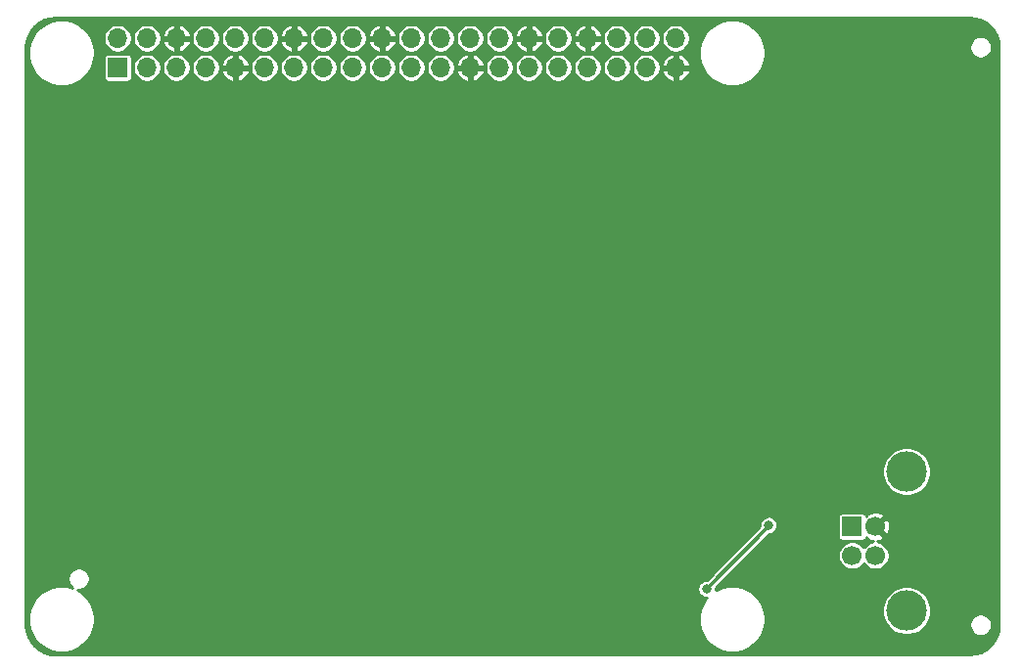
<source format=gbr>
G04 #@! TF.GenerationSoftware,KiCad,Pcbnew,(5.1.5)-3*
G04 #@! TF.CreationDate,2020-05-08T10:51:27+02:00*
G04 #@! TF.ProjectId,HB-RF-USB-2,48422d52-462d-4555-9342-2d322e6b6963,rev?*
G04 #@! TF.SameCoordinates,PX4c4b400PY7270e00*
G04 #@! TF.FileFunction,Copper,L2,Bot*
G04 #@! TF.FilePolarity,Positive*
%FSLAX46Y46*%
G04 Gerber Fmt 4.6, Leading zero omitted, Abs format (unit mm)*
G04 Created by KiCad (PCBNEW (5.1.5)-3) date 2020-05-08 10:51:27*
%MOMM*%
%LPD*%
G04 APERTURE LIST*
%ADD10R,1.700000X1.700000*%
%ADD11O,1.700000X1.700000*%
%ADD12C,1.700000*%
%ADD13C,3.500000*%
%ADD14C,0.800000*%
%ADD15C,0.300000*%
%ADD16C,0.254000*%
G04 APERTURE END LIST*
D10*
X8370000Y51230000D03*
D11*
X8370000Y53770000D03*
X10910000Y51230000D03*
X10910000Y53770000D03*
X13450000Y51230000D03*
X13450000Y53770000D03*
X15990000Y51230000D03*
X15990000Y53770000D03*
X18530000Y51230000D03*
X18530000Y53770000D03*
X21070000Y51230000D03*
X21070000Y53770000D03*
X23610000Y51230000D03*
X23610000Y53770000D03*
X26150000Y51230000D03*
X26150000Y53770000D03*
X28690000Y51230000D03*
X28690000Y53770000D03*
X31230000Y51230000D03*
X31230000Y53770000D03*
X33770000Y51230000D03*
X33770000Y53770000D03*
X36310000Y51230000D03*
X36310000Y53770000D03*
X38850000Y51230000D03*
X38850000Y53770000D03*
X41390000Y51230000D03*
X41390000Y53770000D03*
X43930000Y51230000D03*
X43930000Y53770000D03*
X46470000Y51230000D03*
X46470000Y53770000D03*
X49010000Y51230000D03*
X49010000Y53770000D03*
X51550000Y51230000D03*
X51550000Y53770000D03*
X54090000Y51230000D03*
X54090000Y53770000D03*
X56630000Y51230000D03*
X56630000Y53770000D03*
D10*
X71892000Y11500000D03*
D12*
X71892000Y9000000D03*
X73892000Y9000000D03*
X73892000Y11500000D03*
D13*
X76602000Y16270000D03*
X76602000Y4230000D03*
D14*
X59293600Y6131800D03*
X64678400Y11643600D03*
X76654500Y21460700D03*
X77924500Y21460700D03*
X7757000Y43990500D03*
X67447000Y5319000D03*
X55839200Y11008600D03*
X28483400Y48321200D03*
X61377260Y9772460D03*
X60462000Y12278600D03*
X65652864Y10143589D03*
X12692957Y49300732D03*
D15*
X64678400Y11516600D02*
X64678400Y11643600D01*
X59293600Y6131800D02*
X64678400Y11516600D01*
D16*
G36*
X82498586Y55518046D02*
G01*
X82978182Y55373247D01*
X83420520Y55138052D01*
X83808750Y54821420D01*
X84128083Y54435413D01*
X84366361Y53994726D01*
X84514504Y53516153D01*
X84569001Y52997652D01*
X84569000Y3021079D01*
X84518046Y2501414D01*
X84373247Y2021815D01*
X84138053Y1579480D01*
X83821420Y1191250D01*
X83435413Y871917D01*
X82994725Y633639D01*
X82516153Y485496D01*
X81997661Y431000D01*
X3021079Y431000D01*
X2501414Y481954D01*
X2021815Y626753D01*
X1579480Y861947D01*
X1191250Y1178580D01*
X871917Y1564587D01*
X633639Y2005275D01*
X485496Y2483847D01*
X431000Y3002339D01*
X431000Y3783360D01*
X623000Y3783360D01*
X623000Y3216640D01*
X733561Y2660810D01*
X950435Y2137229D01*
X1265288Y1666019D01*
X1666019Y1265288D01*
X2137229Y950435D01*
X2660810Y733561D01*
X3216640Y623000D01*
X3783360Y623000D01*
X4339190Y733561D01*
X4862771Y950435D01*
X5333981Y1265288D01*
X5734712Y1666019D01*
X6049565Y2137229D01*
X6266439Y2660810D01*
X6377000Y3216640D01*
X6377000Y3783360D01*
X6266439Y4339190D01*
X6049565Y4862771D01*
X5734712Y5333981D01*
X5333981Y5734712D01*
X4862771Y6049565D01*
X4853561Y6053380D01*
X4905744Y6043000D01*
X5094256Y6043000D01*
X5279147Y6079777D01*
X5453310Y6151917D01*
X5538324Y6208722D01*
X58512600Y6208722D01*
X58512600Y6054878D01*
X58542613Y5903991D01*
X58601487Y5761858D01*
X58686958Y5633941D01*
X58795741Y5525158D01*
X58923658Y5439687D01*
X59065791Y5380813D01*
X59216678Y5350800D01*
X59282107Y5350800D01*
X59265288Y5333981D01*
X58950435Y4862771D01*
X58733561Y4339190D01*
X58623000Y3783360D01*
X58623000Y3216640D01*
X58733561Y2660810D01*
X58950435Y2137229D01*
X59265288Y1666019D01*
X59666019Y1265288D01*
X60137229Y950435D01*
X60660810Y733561D01*
X61216640Y623000D01*
X61783360Y623000D01*
X62339190Y733561D01*
X62862771Y950435D01*
X63333981Y1265288D01*
X63734712Y1666019D01*
X64049565Y2137229D01*
X64266439Y2660810D01*
X64377000Y3216640D01*
X64377000Y3783360D01*
X64266439Y4339190D01*
X64224730Y4439885D01*
X74471000Y4439885D01*
X74471000Y4020115D01*
X74552893Y3608410D01*
X74713532Y3220593D01*
X74946744Y2871567D01*
X75243567Y2574744D01*
X75592593Y2341532D01*
X75980410Y2180893D01*
X76392115Y2099000D01*
X76811885Y2099000D01*
X77223590Y2180893D01*
X77611407Y2341532D01*
X77960433Y2574744D01*
X78257256Y2871567D01*
X78406052Y3094256D01*
X82043000Y3094256D01*
X82043000Y2905744D01*
X82079777Y2720853D01*
X82151917Y2546690D01*
X82256649Y2389948D01*
X82389948Y2256649D01*
X82546690Y2151917D01*
X82720853Y2079777D01*
X82905744Y2043000D01*
X83094256Y2043000D01*
X83279147Y2079777D01*
X83453310Y2151917D01*
X83610052Y2256649D01*
X83743351Y2389948D01*
X83848083Y2546690D01*
X83920223Y2720853D01*
X83957000Y2905744D01*
X83957000Y3094256D01*
X83920223Y3279147D01*
X83848083Y3453310D01*
X83743351Y3610052D01*
X83610052Y3743351D01*
X83453310Y3848083D01*
X83279147Y3920223D01*
X83094256Y3957000D01*
X82905744Y3957000D01*
X82720853Y3920223D01*
X82546690Y3848083D01*
X82389948Y3743351D01*
X82256649Y3610052D01*
X82151917Y3453310D01*
X82079777Y3279147D01*
X82043000Y3094256D01*
X78406052Y3094256D01*
X78490468Y3220593D01*
X78651107Y3608410D01*
X78733000Y4020115D01*
X78733000Y4439885D01*
X78651107Y4851590D01*
X78490468Y5239407D01*
X78257256Y5588433D01*
X77960433Y5885256D01*
X77611407Y6118468D01*
X77223590Y6279107D01*
X76811885Y6361000D01*
X76392115Y6361000D01*
X75980410Y6279107D01*
X75592593Y6118468D01*
X75243567Y5885256D01*
X74946744Y5588433D01*
X74713532Y5239407D01*
X74552893Y4851590D01*
X74471000Y4439885D01*
X64224730Y4439885D01*
X64049565Y4862771D01*
X63734712Y5333981D01*
X63333981Y5734712D01*
X62862771Y6049565D01*
X62339190Y6266439D01*
X61783360Y6377000D01*
X61216640Y6377000D01*
X60660810Y6266439D01*
X60137229Y6049565D01*
X60063781Y6000489D01*
X60074600Y6054878D01*
X60074600Y6161854D01*
X64780319Y10867572D01*
X64906209Y10892613D01*
X65048342Y10951487D01*
X65176259Y11036958D01*
X65285042Y11145741D01*
X65370513Y11273658D01*
X65429387Y11415791D01*
X65459400Y11566678D01*
X65459400Y11720522D01*
X65429387Y11871409D01*
X65370513Y12013542D01*
X65285042Y12141459D01*
X65176259Y12250242D01*
X65048342Y12335713D01*
X65013851Y12350000D01*
X70659157Y12350000D01*
X70659157Y10650000D01*
X70666513Y10575311D01*
X70688299Y10503492D01*
X70723678Y10437304D01*
X70771289Y10379289D01*
X70829304Y10331678D01*
X70895492Y10296299D01*
X70967311Y10274513D01*
X71042000Y10267157D01*
X72742000Y10267157D01*
X72816689Y10274513D01*
X72888508Y10296299D01*
X72954696Y10331678D01*
X73012711Y10379289D01*
X73060322Y10437304D01*
X73095701Y10503492D01*
X73104671Y10533063D01*
X73154804Y10583196D01*
X73244215Y10392335D01*
X73472756Y10287241D01*
X73717410Y10228754D01*
X73752671Y10227402D01*
X73532931Y10183693D01*
X73308903Y10090898D01*
X73107283Y9956180D01*
X72935820Y9784717D01*
X72892000Y9719136D01*
X72848180Y9784717D01*
X72676717Y9956180D01*
X72475097Y10090898D01*
X72251069Y10183693D01*
X72013243Y10231000D01*
X71770757Y10231000D01*
X71532931Y10183693D01*
X71308903Y10090898D01*
X71107283Y9956180D01*
X70935820Y9784717D01*
X70801102Y9583097D01*
X70708307Y9359069D01*
X70661000Y9121243D01*
X70661000Y8878757D01*
X70708307Y8640931D01*
X70801102Y8416903D01*
X70935820Y8215283D01*
X71107283Y8043820D01*
X71308903Y7909102D01*
X71532931Y7816307D01*
X71770757Y7769000D01*
X72013243Y7769000D01*
X72251069Y7816307D01*
X72475097Y7909102D01*
X72676717Y8043820D01*
X72848180Y8215283D01*
X72892000Y8280864D01*
X72935820Y8215283D01*
X73107283Y8043820D01*
X73308903Y7909102D01*
X73532931Y7816307D01*
X73770757Y7769000D01*
X74013243Y7769000D01*
X74251069Y7816307D01*
X74475097Y7909102D01*
X74676717Y8043820D01*
X74848180Y8215283D01*
X74982898Y8416903D01*
X75075693Y8640931D01*
X75123000Y8878757D01*
X75123000Y9121243D01*
X75075693Y9359069D01*
X74982898Y9583097D01*
X74848180Y9784717D01*
X74676717Y9956180D01*
X74475097Y10090898D01*
X74251069Y10183693D01*
X74026623Y10228339D01*
X74217185Y10258709D01*
X74453101Y10346000D01*
X74539785Y10392335D01*
X74629197Y10583198D01*
X73892000Y11320395D01*
X73877858Y11306252D01*
X73698253Y11485857D01*
X73712395Y11500000D01*
X74071605Y11500000D01*
X74808802Y10762803D01*
X74999665Y10852215D01*
X75104759Y11080756D01*
X75163246Y11325410D01*
X75172881Y11576773D01*
X75133291Y11825185D01*
X75046000Y12061101D01*
X74999665Y12147785D01*
X74808802Y12237197D01*
X74071605Y11500000D01*
X73712395Y11500000D01*
X73698253Y11514142D01*
X73877858Y11693747D01*
X73892000Y11679605D01*
X74629197Y12416802D01*
X74539785Y12607665D01*
X74311244Y12712759D01*
X74066590Y12771246D01*
X73815227Y12780881D01*
X73566815Y12741291D01*
X73330899Y12654000D01*
X73244215Y12607665D01*
X73154804Y12416804D01*
X73104671Y12466937D01*
X73095701Y12496508D01*
X73060322Y12562696D01*
X73012711Y12620711D01*
X72954696Y12668322D01*
X72888508Y12703701D01*
X72816689Y12725487D01*
X72742000Y12732843D01*
X71042000Y12732843D01*
X70967311Y12725487D01*
X70895492Y12703701D01*
X70829304Y12668322D01*
X70771289Y12620711D01*
X70723678Y12562696D01*
X70688299Y12496508D01*
X70666513Y12424689D01*
X70659157Y12350000D01*
X65013851Y12350000D01*
X64906209Y12394587D01*
X64755322Y12424600D01*
X64601478Y12424600D01*
X64450591Y12394587D01*
X64308458Y12335713D01*
X64180541Y12250242D01*
X64071758Y12141459D01*
X63986287Y12013542D01*
X63927413Y11871409D01*
X63897400Y11720522D01*
X63897400Y11566678D01*
X63910694Y11499841D01*
X59323654Y6912800D01*
X59216678Y6912800D01*
X59065791Y6882787D01*
X58923658Y6823913D01*
X58795741Y6738442D01*
X58686958Y6629659D01*
X58601487Y6501742D01*
X58542613Y6359609D01*
X58512600Y6208722D01*
X5538324Y6208722D01*
X5610052Y6256649D01*
X5743351Y6389948D01*
X5848083Y6546690D01*
X5920223Y6720853D01*
X5957000Y6905744D01*
X5957000Y7094256D01*
X5920223Y7279147D01*
X5848083Y7453310D01*
X5743351Y7610052D01*
X5610052Y7743351D01*
X5453310Y7848083D01*
X5279147Y7920223D01*
X5094256Y7957000D01*
X4905744Y7957000D01*
X4720853Y7920223D01*
X4546690Y7848083D01*
X4389948Y7743351D01*
X4256649Y7610052D01*
X4151917Y7453310D01*
X4079777Y7279147D01*
X4043000Y7094256D01*
X4043000Y6905744D01*
X4079777Y6720853D01*
X4151917Y6546690D01*
X4256649Y6389948D01*
X4389948Y6256649D01*
X4434184Y6227091D01*
X4339190Y6266439D01*
X3783360Y6377000D01*
X3216640Y6377000D01*
X2660810Y6266439D01*
X2137229Y6049565D01*
X1666019Y5734712D01*
X1265288Y5333981D01*
X950435Y4862771D01*
X733561Y4339190D01*
X623000Y3783360D01*
X431000Y3783360D01*
X431000Y16479885D01*
X74471000Y16479885D01*
X74471000Y16060115D01*
X74552893Y15648410D01*
X74713532Y15260593D01*
X74946744Y14911567D01*
X75243567Y14614744D01*
X75592593Y14381532D01*
X75980410Y14220893D01*
X76392115Y14139000D01*
X76811885Y14139000D01*
X77223590Y14220893D01*
X77611407Y14381532D01*
X77960433Y14614744D01*
X78257256Y14911567D01*
X78490468Y15260593D01*
X78651107Y15648410D01*
X78733000Y16060115D01*
X78733000Y16479885D01*
X78651107Y16891590D01*
X78490468Y17279407D01*
X78257256Y17628433D01*
X77960433Y17925256D01*
X77611407Y18158468D01*
X77223590Y18319107D01*
X76811885Y18401000D01*
X76392115Y18401000D01*
X75980410Y18319107D01*
X75592593Y18158468D01*
X75243567Y17925256D01*
X74946744Y17628433D01*
X74713532Y17279407D01*
X74552893Y16891590D01*
X74471000Y16479885D01*
X431000Y16479885D01*
X431000Y52783360D01*
X623000Y52783360D01*
X623000Y52216640D01*
X733561Y51660810D01*
X950435Y51137229D01*
X1265288Y50666019D01*
X1666019Y50265288D01*
X2137229Y49950435D01*
X2660810Y49733561D01*
X3216640Y49623000D01*
X3783360Y49623000D01*
X4339190Y49733561D01*
X4862771Y49950435D01*
X5333981Y50265288D01*
X5734712Y50666019D01*
X6049565Y51137229D01*
X6266439Y51660810D01*
X6349820Y52080000D01*
X7137157Y52080000D01*
X7137157Y50380000D01*
X7144513Y50305311D01*
X7166299Y50233492D01*
X7201678Y50167304D01*
X7249289Y50109289D01*
X7307304Y50061678D01*
X7373492Y50026299D01*
X7445311Y50004513D01*
X7520000Y49997157D01*
X9220000Y49997157D01*
X9294689Y50004513D01*
X9366508Y50026299D01*
X9432696Y50061678D01*
X9490711Y50109289D01*
X9538322Y50167304D01*
X9573701Y50233492D01*
X9595487Y50305311D01*
X9602843Y50380000D01*
X9602843Y51351243D01*
X9679000Y51351243D01*
X9679000Y51108757D01*
X9726307Y50870931D01*
X9819102Y50646903D01*
X9953820Y50445283D01*
X10125283Y50273820D01*
X10326903Y50139102D01*
X10550931Y50046307D01*
X10788757Y49999000D01*
X11031243Y49999000D01*
X11269069Y50046307D01*
X11493097Y50139102D01*
X11694717Y50273820D01*
X11866180Y50445283D01*
X12000898Y50646903D01*
X12093693Y50870931D01*
X12141000Y51108757D01*
X12141000Y51351243D01*
X12219000Y51351243D01*
X12219000Y51108757D01*
X12266307Y50870931D01*
X12359102Y50646903D01*
X12493820Y50445283D01*
X12665283Y50273820D01*
X12866903Y50139102D01*
X13090931Y50046307D01*
X13328757Y49999000D01*
X13571243Y49999000D01*
X13809069Y50046307D01*
X14033097Y50139102D01*
X14234717Y50273820D01*
X14406180Y50445283D01*
X14540898Y50646903D01*
X14633693Y50870931D01*
X14681000Y51108757D01*
X14681000Y51351243D01*
X14759000Y51351243D01*
X14759000Y51108757D01*
X14806307Y50870931D01*
X14899102Y50646903D01*
X15033820Y50445283D01*
X15205283Y50273820D01*
X15406903Y50139102D01*
X15630931Y50046307D01*
X15868757Y49999000D01*
X16111243Y49999000D01*
X16349069Y50046307D01*
X16573097Y50139102D01*
X16774717Y50273820D01*
X16946180Y50445283D01*
X17080898Y50646903D01*
X17173693Y50870931D01*
X17180626Y50905786D01*
X17294836Y50905786D01*
X17381820Y50671047D01*
X17512928Y50457788D01*
X17683122Y50274205D01*
X17885861Y50127353D01*
X18113354Y50022875D01*
X18205787Y49994842D01*
X18403000Y50066662D01*
X18403000Y51103000D01*
X18657000Y51103000D01*
X18657000Y50066662D01*
X18854213Y49994842D01*
X18946646Y50022875D01*
X19174139Y50127353D01*
X19376878Y50274205D01*
X19547072Y50457788D01*
X19678180Y50671047D01*
X19765164Y50905786D01*
X19693925Y51103000D01*
X18657000Y51103000D01*
X18403000Y51103000D01*
X17366075Y51103000D01*
X17294836Y50905786D01*
X17180626Y50905786D01*
X17221000Y51108757D01*
X17221000Y51351243D01*
X19839000Y51351243D01*
X19839000Y51108757D01*
X19886307Y50870931D01*
X19979102Y50646903D01*
X20113820Y50445283D01*
X20285283Y50273820D01*
X20486903Y50139102D01*
X20710931Y50046307D01*
X20948757Y49999000D01*
X21191243Y49999000D01*
X21429069Y50046307D01*
X21653097Y50139102D01*
X21854717Y50273820D01*
X22026180Y50445283D01*
X22160898Y50646903D01*
X22253693Y50870931D01*
X22301000Y51108757D01*
X22301000Y51351243D01*
X22379000Y51351243D01*
X22379000Y51108757D01*
X22426307Y50870931D01*
X22519102Y50646903D01*
X22653820Y50445283D01*
X22825283Y50273820D01*
X23026903Y50139102D01*
X23250931Y50046307D01*
X23488757Y49999000D01*
X23731243Y49999000D01*
X23969069Y50046307D01*
X24193097Y50139102D01*
X24394717Y50273820D01*
X24566180Y50445283D01*
X24700898Y50646903D01*
X24793693Y50870931D01*
X24841000Y51108757D01*
X24841000Y51351243D01*
X24919000Y51351243D01*
X24919000Y51108757D01*
X24966307Y50870931D01*
X25059102Y50646903D01*
X25193820Y50445283D01*
X25365283Y50273820D01*
X25566903Y50139102D01*
X25790931Y50046307D01*
X26028757Y49999000D01*
X26271243Y49999000D01*
X26509069Y50046307D01*
X26733097Y50139102D01*
X26934717Y50273820D01*
X27106180Y50445283D01*
X27240898Y50646903D01*
X27333693Y50870931D01*
X27381000Y51108757D01*
X27381000Y51351243D01*
X27459000Y51351243D01*
X27459000Y51108757D01*
X27506307Y50870931D01*
X27599102Y50646903D01*
X27733820Y50445283D01*
X27905283Y50273820D01*
X28106903Y50139102D01*
X28330931Y50046307D01*
X28568757Y49999000D01*
X28811243Y49999000D01*
X29049069Y50046307D01*
X29273097Y50139102D01*
X29474717Y50273820D01*
X29646180Y50445283D01*
X29780898Y50646903D01*
X29873693Y50870931D01*
X29921000Y51108757D01*
X29921000Y51351243D01*
X29999000Y51351243D01*
X29999000Y51108757D01*
X30046307Y50870931D01*
X30139102Y50646903D01*
X30273820Y50445283D01*
X30445283Y50273820D01*
X30646903Y50139102D01*
X30870931Y50046307D01*
X31108757Y49999000D01*
X31351243Y49999000D01*
X31589069Y50046307D01*
X31813097Y50139102D01*
X32014717Y50273820D01*
X32186180Y50445283D01*
X32320898Y50646903D01*
X32413693Y50870931D01*
X32461000Y51108757D01*
X32461000Y51351243D01*
X32539000Y51351243D01*
X32539000Y51108757D01*
X32586307Y50870931D01*
X32679102Y50646903D01*
X32813820Y50445283D01*
X32985283Y50273820D01*
X33186903Y50139102D01*
X33410931Y50046307D01*
X33648757Y49999000D01*
X33891243Y49999000D01*
X34129069Y50046307D01*
X34353097Y50139102D01*
X34554717Y50273820D01*
X34726180Y50445283D01*
X34860898Y50646903D01*
X34953693Y50870931D01*
X35001000Y51108757D01*
X35001000Y51351243D01*
X35079000Y51351243D01*
X35079000Y51108757D01*
X35126307Y50870931D01*
X35219102Y50646903D01*
X35353820Y50445283D01*
X35525283Y50273820D01*
X35726903Y50139102D01*
X35950931Y50046307D01*
X36188757Y49999000D01*
X36431243Y49999000D01*
X36669069Y50046307D01*
X36893097Y50139102D01*
X37094717Y50273820D01*
X37266180Y50445283D01*
X37400898Y50646903D01*
X37493693Y50870931D01*
X37500626Y50905786D01*
X37614836Y50905786D01*
X37701820Y50671047D01*
X37832928Y50457788D01*
X38003122Y50274205D01*
X38205861Y50127353D01*
X38433354Y50022875D01*
X38525787Y49994842D01*
X38723000Y50066662D01*
X38723000Y51103000D01*
X38977000Y51103000D01*
X38977000Y50066662D01*
X39174213Y49994842D01*
X39266646Y50022875D01*
X39494139Y50127353D01*
X39696878Y50274205D01*
X39867072Y50457788D01*
X39998180Y50671047D01*
X40085164Y50905786D01*
X40013925Y51103000D01*
X38977000Y51103000D01*
X38723000Y51103000D01*
X37686075Y51103000D01*
X37614836Y50905786D01*
X37500626Y50905786D01*
X37541000Y51108757D01*
X37541000Y51351243D01*
X40159000Y51351243D01*
X40159000Y51108757D01*
X40206307Y50870931D01*
X40299102Y50646903D01*
X40433820Y50445283D01*
X40605283Y50273820D01*
X40806903Y50139102D01*
X41030931Y50046307D01*
X41268757Y49999000D01*
X41511243Y49999000D01*
X41749069Y50046307D01*
X41973097Y50139102D01*
X42174717Y50273820D01*
X42346180Y50445283D01*
X42480898Y50646903D01*
X42573693Y50870931D01*
X42621000Y51108757D01*
X42621000Y51351243D01*
X42699000Y51351243D01*
X42699000Y51108757D01*
X42746307Y50870931D01*
X42839102Y50646903D01*
X42973820Y50445283D01*
X43145283Y50273820D01*
X43346903Y50139102D01*
X43570931Y50046307D01*
X43808757Y49999000D01*
X44051243Y49999000D01*
X44289069Y50046307D01*
X44513097Y50139102D01*
X44714717Y50273820D01*
X44886180Y50445283D01*
X45020898Y50646903D01*
X45113693Y50870931D01*
X45161000Y51108757D01*
X45161000Y51351243D01*
X45239000Y51351243D01*
X45239000Y51108757D01*
X45286307Y50870931D01*
X45379102Y50646903D01*
X45513820Y50445283D01*
X45685283Y50273820D01*
X45886903Y50139102D01*
X46110931Y50046307D01*
X46348757Y49999000D01*
X46591243Y49999000D01*
X46829069Y50046307D01*
X47053097Y50139102D01*
X47254717Y50273820D01*
X47426180Y50445283D01*
X47560898Y50646903D01*
X47653693Y50870931D01*
X47701000Y51108757D01*
X47701000Y51351243D01*
X47779000Y51351243D01*
X47779000Y51108757D01*
X47826307Y50870931D01*
X47919102Y50646903D01*
X48053820Y50445283D01*
X48225283Y50273820D01*
X48426903Y50139102D01*
X48650931Y50046307D01*
X48888757Y49999000D01*
X49131243Y49999000D01*
X49369069Y50046307D01*
X49593097Y50139102D01*
X49794717Y50273820D01*
X49966180Y50445283D01*
X50100898Y50646903D01*
X50193693Y50870931D01*
X50241000Y51108757D01*
X50241000Y51351243D01*
X50319000Y51351243D01*
X50319000Y51108757D01*
X50366307Y50870931D01*
X50459102Y50646903D01*
X50593820Y50445283D01*
X50765283Y50273820D01*
X50966903Y50139102D01*
X51190931Y50046307D01*
X51428757Y49999000D01*
X51671243Y49999000D01*
X51909069Y50046307D01*
X52133097Y50139102D01*
X52334717Y50273820D01*
X52506180Y50445283D01*
X52640898Y50646903D01*
X52733693Y50870931D01*
X52781000Y51108757D01*
X52781000Y51351243D01*
X52859000Y51351243D01*
X52859000Y51108757D01*
X52906307Y50870931D01*
X52999102Y50646903D01*
X53133820Y50445283D01*
X53305283Y50273820D01*
X53506903Y50139102D01*
X53730931Y50046307D01*
X53968757Y49999000D01*
X54211243Y49999000D01*
X54449069Y50046307D01*
X54673097Y50139102D01*
X54874717Y50273820D01*
X55046180Y50445283D01*
X55180898Y50646903D01*
X55273693Y50870931D01*
X55280626Y50905786D01*
X55394836Y50905786D01*
X55481820Y50671047D01*
X55612928Y50457788D01*
X55783122Y50274205D01*
X55985861Y50127353D01*
X56213354Y50022875D01*
X56305787Y49994842D01*
X56503000Y50066662D01*
X56503000Y51103000D01*
X56757000Y51103000D01*
X56757000Y50066662D01*
X56954213Y49994842D01*
X57046646Y50022875D01*
X57274139Y50127353D01*
X57476878Y50274205D01*
X57647072Y50457788D01*
X57778180Y50671047D01*
X57865164Y50905786D01*
X57793925Y51103000D01*
X56757000Y51103000D01*
X56503000Y51103000D01*
X55466075Y51103000D01*
X55394836Y50905786D01*
X55280626Y50905786D01*
X55321000Y51108757D01*
X55321000Y51351243D01*
X55280627Y51554214D01*
X55394836Y51554214D01*
X55466075Y51357000D01*
X56503000Y51357000D01*
X56503000Y52393338D01*
X56757000Y52393338D01*
X56757000Y51357000D01*
X57793925Y51357000D01*
X57865164Y51554214D01*
X57778180Y51788953D01*
X57647072Y52002212D01*
X57476878Y52185795D01*
X57274139Y52332647D01*
X57046646Y52437125D01*
X56954213Y52465158D01*
X56757000Y52393338D01*
X56503000Y52393338D01*
X56305787Y52465158D01*
X56213354Y52437125D01*
X55985861Y52332647D01*
X55783122Y52185795D01*
X55612928Y52002212D01*
X55481820Y51788953D01*
X55394836Y51554214D01*
X55280627Y51554214D01*
X55273693Y51589069D01*
X55180898Y51813097D01*
X55046180Y52014717D01*
X54874717Y52186180D01*
X54673097Y52320898D01*
X54449069Y52413693D01*
X54211243Y52461000D01*
X53968757Y52461000D01*
X53730931Y52413693D01*
X53506903Y52320898D01*
X53305283Y52186180D01*
X53133820Y52014717D01*
X52999102Y51813097D01*
X52906307Y51589069D01*
X52859000Y51351243D01*
X52781000Y51351243D01*
X52733693Y51589069D01*
X52640898Y51813097D01*
X52506180Y52014717D01*
X52334717Y52186180D01*
X52133097Y52320898D01*
X51909069Y52413693D01*
X51671243Y52461000D01*
X51428757Y52461000D01*
X51190931Y52413693D01*
X50966903Y52320898D01*
X50765283Y52186180D01*
X50593820Y52014717D01*
X50459102Y51813097D01*
X50366307Y51589069D01*
X50319000Y51351243D01*
X50241000Y51351243D01*
X50193693Y51589069D01*
X50100898Y51813097D01*
X49966180Y52014717D01*
X49794717Y52186180D01*
X49593097Y52320898D01*
X49369069Y52413693D01*
X49131243Y52461000D01*
X48888757Y52461000D01*
X48650931Y52413693D01*
X48426903Y52320898D01*
X48225283Y52186180D01*
X48053820Y52014717D01*
X47919102Y51813097D01*
X47826307Y51589069D01*
X47779000Y51351243D01*
X47701000Y51351243D01*
X47653693Y51589069D01*
X47560898Y51813097D01*
X47426180Y52014717D01*
X47254717Y52186180D01*
X47053097Y52320898D01*
X46829069Y52413693D01*
X46591243Y52461000D01*
X46348757Y52461000D01*
X46110931Y52413693D01*
X45886903Y52320898D01*
X45685283Y52186180D01*
X45513820Y52014717D01*
X45379102Y51813097D01*
X45286307Y51589069D01*
X45239000Y51351243D01*
X45161000Y51351243D01*
X45113693Y51589069D01*
X45020898Y51813097D01*
X44886180Y52014717D01*
X44714717Y52186180D01*
X44513097Y52320898D01*
X44289069Y52413693D01*
X44051243Y52461000D01*
X43808757Y52461000D01*
X43570931Y52413693D01*
X43346903Y52320898D01*
X43145283Y52186180D01*
X42973820Y52014717D01*
X42839102Y51813097D01*
X42746307Y51589069D01*
X42699000Y51351243D01*
X42621000Y51351243D01*
X42573693Y51589069D01*
X42480898Y51813097D01*
X42346180Y52014717D01*
X42174717Y52186180D01*
X41973097Y52320898D01*
X41749069Y52413693D01*
X41511243Y52461000D01*
X41268757Y52461000D01*
X41030931Y52413693D01*
X40806903Y52320898D01*
X40605283Y52186180D01*
X40433820Y52014717D01*
X40299102Y51813097D01*
X40206307Y51589069D01*
X40159000Y51351243D01*
X37541000Y51351243D01*
X37500627Y51554214D01*
X37614836Y51554214D01*
X37686075Y51357000D01*
X38723000Y51357000D01*
X38723000Y52393338D01*
X38977000Y52393338D01*
X38977000Y51357000D01*
X40013925Y51357000D01*
X40085164Y51554214D01*
X39998180Y51788953D01*
X39867072Y52002212D01*
X39696878Y52185795D01*
X39494139Y52332647D01*
X39266646Y52437125D01*
X39174213Y52465158D01*
X38977000Y52393338D01*
X38723000Y52393338D01*
X38525787Y52465158D01*
X38433354Y52437125D01*
X38205861Y52332647D01*
X38003122Y52185795D01*
X37832928Y52002212D01*
X37701820Y51788953D01*
X37614836Y51554214D01*
X37500627Y51554214D01*
X37493693Y51589069D01*
X37400898Y51813097D01*
X37266180Y52014717D01*
X37094717Y52186180D01*
X36893097Y52320898D01*
X36669069Y52413693D01*
X36431243Y52461000D01*
X36188757Y52461000D01*
X35950931Y52413693D01*
X35726903Y52320898D01*
X35525283Y52186180D01*
X35353820Y52014717D01*
X35219102Y51813097D01*
X35126307Y51589069D01*
X35079000Y51351243D01*
X35001000Y51351243D01*
X34953693Y51589069D01*
X34860898Y51813097D01*
X34726180Y52014717D01*
X34554717Y52186180D01*
X34353097Y52320898D01*
X34129069Y52413693D01*
X33891243Y52461000D01*
X33648757Y52461000D01*
X33410931Y52413693D01*
X33186903Y52320898D01*
X32985283Y52186180D01*
X32813820Y52014717D01*
X32679102Y51813097D01*
X32586307Y51589069D01*
X32539000Y51351243D01*
X32461000Y51351243D01*
X32413693Y51589069D01*
X32320898Y51813097D01*
X32186180Y52014717D01*
X32014717Y52186180D01*
X31813097Y52320898D01*
X31589069Y52413693D01*
X31351243Y52461000D01*
X31108757Y52461000D01*
X30870931Y52413693D01*
X30646903Y52320898D01*
X30445283Y52186180D01*
X30273820Y52014717D01*
X30139102Y51813097D01*
X30046307Y51589069D01*
X29999000Y51351243D01*
X29921000Y51351243D01*
X29873693Y51589069D01*
X29780898Y51813097D01*
X29646180Y52014717D01*
X29474717Y52186180D01*
X29273097Y52320898D01*
X29049069Y52413693D01*
X28811243Y52461000D01*
X28568757Y52461000D01*
X28330931Y52413693D01*
X28106903Y52320898D01*
X27905283Y52186180D01*
X27733820Y52014717D01*
X27599102Y51813097D01*
X27506307Y51589069D01*
X27459000Y51351243D01*
X27381000Y51351243D01*
X27333693Y51589069D01*
X27240898Y51813097D01*
X27106180Y52014717D01*
X26934717Y52186180D01*
X26733097Y52320898D01*
X26509069Y52413693D01*
X26271243Y52461000D01*
X26028757Y52461000D01*
X25790931Y52413693D01*
X25566903Y52320898D01*
X25365283Y52186180D01*
X25193820Y52014717D01*
X25059102Y51813097D01*
X24966307Y51589069D01*
X24919000Y51351243D01*
X24841000Y51351243D01*
X24793693Y51589069D01*
X24700898Y51813097D01*
X24566180Y52014717D01*
X24394717Y52186180D01*
X24193097Y52320898D01*
X23969069Y52413693D01*
X23731243Y52461000D01*
X23488757Y52461000D01*
X23250931Y52413693D01*
X23026903Y52320898D01*
X22825283Y52186180D01*
X22653820Y52014717D01*
X22519102Y51813097D01*
X22426307Y51589069D01*
X22379000Y51351243D01*
X22301000Y51351243D01*
X22253693Y51589069D01*
X22160898Y51813097D01*
X22026180Y52014717D01*
X21854717Y52186180D01*
X21653097Y52320898D01*
X21429069Y52413693D01*
X21191243Y52461000D01*
X20948757Y52461000D01*
X20710931Y52413693D01*
X20486903Y52320898D01*
X20285283Y52186180D01*
X20113820Y52014717D01*
X19979102Y51813097D01*
X19886307Y51589069D01*
X19839000Y51351243D01*
X17221000Y51351243D01*
X17180627Y51554214D01*
X17294836Y51554214D01*
X17366075Y51357000D01*
X18403000Y51357000D01*
X18403000Y52393338D01*
X18657000Y52393338D01*
X18657000Y51357000D01*
X19693925Y51357000D01*
X19765164Y51554214D01*
X19678180Y51788953D01*
X19547072Y52002212D01*
X19376878Y52185795D01*
X19174139Y52332647D01*
X18946646Y52437125D01*
X18854213Y52465158D01*
X18657000Y52393338D01*
X18403000Y52393338D01*
X18205787Y52465158D01*
X18113354Y52437125D01*
X17885861Y52332647D01*
X17683122Y52185795D01*
X17512928Y52002212D01*
X17381820Y51788953D01*
X17294836Y51554214D01*
X17180627Y51554214D01*
X17173693Y51589069D01*
X17080898Y51813097D01*
X16946180Y52014717D01*
X16774717Y52186180D01*
X16573097Y52320898D01*
X16349069Y52413693D01*
X16111243Y52461000D01*
X15868757Y52461000D01*
X15630931Y52413693D01*
X15406903Y52320898D01*
X15205283Y52186180D01*
X15033820Y52014717D01*
X14899102Y51813097D01*
X14806307Y51589069D01*
X14759000Y51351243D01*
X14681000Y51351243D01*
X14633693Y51589069D01*
X14540898Y51813097D01*
X14406180Y52014717D01*
X14234717Y52186180D01*
X14033097Y52320898D01*
X13809069Y52413693D01*
X13571243Y52461000D01*
X13328757Y52461000D01*
X13090931Y52413693D01*
X12866903Y52320898D01*
X12665283Y52186180D01*
X12493820Y52014717D01*
X12359102Y51813097D01*
X12266307Y51589069D01*
X12219000Y51351243D01*
X12141000Y51351243D01*
X12093693Y51589069D01*
X12000898Y51813097D01*
X11866180Y52014717D01*
X11694717Y52186180D01*
X11493097Y52320898D01*
X11269069Y52413693D01*
X11031243Y52461000D01*
X10788757Y52461000D01*
X10550931Y52413693D01*
X10326903Y52320898D01*
X10125283Y52186180D01*
X9953820Y52014717D01*
X9819102Y51813097D01*
X9726307Y51589069D01*
X9679000Y51351243D01*
X9602843Y51351243D01*
X9602843Y52080000D01*
X9595487Y52154689D01*
X9573701Y52226508D01*
X9538322Y52292696D01*
X9490711Y52350711D01*
X9432696Y52398322D01*
X9366508Y52433701D01*
X9294689Y52455487D01*
X9220000Y52462843D01*
X7520000Y52462843D01*
X7445311Y52455487D01*
X7373492Y52433701D01*
X7307304Y52398322D01*
X7249289Y52350711D01*
X7201678Y52292696D01*
X7166299Y52226508D01*
X7144513Y52154689D01*
X7137157Y52080000D01*
X6349820Y52080000D01*
X6377000Y52216640D01*
X6377000Y52783360D01*
X6266439Y53339190D01*
X6049565Y53862771D01*
X6030541Y53891243D01*
X7139000Y53891243D01*
X7139000Y53648757D01*
X7186307Y53410931D01*
X7279102Y53186903D01*
X7413820Y52985283D01*
X7585283Y52813820D01*
X7786903Y52679102D01*
X8010931Y52586307D01*
X8248757Y52539000D01*
X8491243Y52539000D01*
X8729069Y52586307D01*
X8953097Y52679102D01*
X9154717Y52813820D01*
X9326180Y52985283D01*
X9460898Y53186903D01*
X9553693Y53410931D01*
X9601000Y53648757D01*
X9601000Y53891243D01*
X9679000Y53891243D01*
X9679000Y53648757D01*
X9726307Y53410931D01*
X9819102Y53186903D01*
X9953820Y52985283D01*
X10125283Y52813820D01*
X10326903Y52679102D01*
X10550931Y52586307D01*
X10788757Y52539000D01*
X11031243Y52539000D01*
X11269069Y52586307D01*
X11493097Y52679102D01*
X11694717Y52813820D01*
X11866180Y52985283D01*
X12000898Y53186903D01*
X12093693Y53410931D01*
X12100626Y53445786D01*
X12214836Y53445786D01*
X12301820Y53211047D01*
X12432928Y52997788D01*
X12603122Y52814205D01*
X12805861Y52667353D01*
X13033354Y52562875D01*
X13125787Y52534842D01*
X13323000Y52606662D01*
X13323000Y53643000D01*
X13577000Y53643000D01*
X13577000Y52606662D01*
X13774213Y52534842D01*
X13866646Y52562875D01*
X14094139Y52667353D01*
X14296878Y52814205D01*
X14467072Y52997788D01*
X14598180Y53211047D01*
X14685164Y53445786D01*
X14613925Y53643000D01*
X13577000Y53643000D01*
X13323000Y53643000D01*
X12286075Y53643000D01*
X12214836Y53445786D01*
X12100626Y53445786D01*
X12141000Y53648757D01*
X12141000Y53891243D01*
X14759000Y53891243D01*
X14759000Y53648757D01*
X14806307Y53410931D01*
X14899102Y53186903D01*
X15033820Y52985283D01*
X15205283Y52813820D01*
X15406903Y52679102D01*
X15630931Y52586307D01*
X15868757Y52539000D01*
X16111243Y52539000D01*
X16349069Y52586307D01*
X16573097Y52679102D01*
X16774717Y52813820D01*
X16946180Y52985283D01*
X17080898Y53186903D01*
X17173693Y53410931D01*
X17221000Y53648757D01*
X17221000Y53891243D01*
X17299000Y53891243D01*
X17299000Y53648757D01*
X17346307Y53410931D01*
X17439102Y53186903D01*
X17573820Y52985283D01*
X17745283Y52813820D01*
X17946903Y52679102D01*
X18170931Y52586307D01*
X18408757Y52539000D01*
X18651243Y52539000D01*
X18889069Y52586307D01*
X19113097Y52679102D01*
X19314717Y52813820D01*
X19486180Y52985283D01*
X19620898Y53186903D01*
X19713693Y53410931D01*
X19761000Y53648757D01*
X19761000Y53891243D01*
X19839000Y53891243D01*
X19839000Y53648757D01*
X19886307Y53410931D01*
X19979102Y53186903D01*
X20113820Y52985283D01*
X20285283Y52813820D01*
X20486903Y52679102D01*
X20710931Y52586307D01*
X20948757Y52539000D01*
X21191243Y52539000D01*
X21429069Y52586307D01*
X21653097Y52679102D01*
X21854717Y52813820D01*
X22026180Y52985283D01*
X22160898Y53186903D01*
X22253693Y53410931D01*
X22260626Y53445786D01*
X22374836Y53445786D01*
X22461820Y53211047D01*
X22592928Y52997788D01*
X22763122Y52814205D01*
X22965861Y52667353D01*
X23193354Y52562875D01*
X23285787Y52534842D01*
X23483000Y52606662D01*
X23483000Y53643000D01*
X23737000Y53643000D01*
X23737000Y52606662D01*
X23934213Y52534842D01*
X24026646Y52562875D01*
X24254139Y52667353D01*
X24456878Y52814205D01*
X24627072Y52997788D01*
X24758180Y53211047D01*
X24845164Y53445786D01*
X24773925Y53643000D01*
X23737000Y53643000D01*
X23483000Y53643000D01*
X22446075Y53643000D01*
X22374836Y53445786D01*
X22260626Y53445786D01*
X22301000Y53648757D01*
X22301000Y53891243D01*
X24919000Y53891243D01*
X24919000Y53648757D01*
X24966307Y53410931D01*
X25059102Y53186903D01*
X25193820Y52985283D01*
X25365283Y52813820D01*
X25566903Y52679102D01*
X25790931Y52586307D01*
X26028757Y52539000D01*
X26271243Y52539000D01*
X26509069Y52586307D01*
X26733097Y52679102D01*
X26934717Y52813820D01*
X27106180Y52985283D01*
X27240898Y53186903D01*
X27333693Y53410931D01*
X27381000Y53648757D01*
X27381000Y53891243D01*
X27459000Y53891243D01*
X27459000Y53648757D01*
X27506307Y53410931D01*
X27599102Y53186903D01*
X27733820Y52985283D01*
X27905283Y52813820D01*
X28106903Y52679102D01*
X28330931Y52586307D01*
X28568757Y52539000D01*
X28811243Y52539000D01*
X29049069Y52586307D01*
X29273097Y52679102D01*
X29474717Y52813820D01*
X29646180Y52985283D01*
X29780898Y53186903D01*
X29873693Y53410931D01*
X29880626Y53445786D01*
X29994836Y53445786D01*
X30081820Y53211047D01*
X30212928Y52997788D01*
X30383122Y52814205D01*
X30585861Y52667353D01*
X30813354Y52562875D01*
X30905787Y52534842D01*
X31103000Y52606662D01*
X31103000Y53643000D01*
X31357000Y53643000D01*
X31357000Y52606662D01*
X31554213Y52534842D01*
X31646646Y52562875D01*
X31874139Y52667353D01*
X32076878Y52814205D01*
X32247072Y52997788D01*
X32378180Y53211047D01*
X32465164Y53445786D01*
X32393925Y53643000D01*
X31357000Y53643000D01*
X31103000Y53643000D01*
X30066075Y53643000D01*
X29994836Y53445786D01*
X29880626Y53445786D01*
X29921000Y53648757D01*
X29921000Y53891243D01*
X32539000Y53891243D01*
X32539000Y53648757D01*
X32586307Y53410931D01*
X32679102Y53186903D01*
X32813820Y52985283D01*
X32985283Y52813820D01*
X33186903Y52679102D01*
X33410931Y52586307D01*
X33648757Y52539000D01*
X33891243Y52539000D01*
X34129069Y52586307D01*
X34353097Y52679102D01*
X34554717Y52813820D01*
X34726180Y52985283D01*
X34860898Y53186903D01*
X34953693Y53410931D01*
X35001000Y53648757D01*
X35001000Y53891243D01*
X35079000Y53891243D01*
X35079000Y53648757D01*
X35126307Y53410931D01*
X35219102Y53186903D01*
X35353820Y52985283D01*
X35525283Y52813820D01*
X35726903Y52679102D01*
X35950931Y52586307D01*
X36188757Y52539000D01*
X36431243Y52539000D01*
X36669069Y52586307D01*
X36893097Y52679102D01*
X37094717Y52813820D01*
X37266180Y52985283D01*
X37400898Y53186903D01*
X37493693Y53410931D01*
X37541000Y53648757D01*
X37541000Y53891243D01*
X37619000Y53891243D01*
X37619000Y53648757D01*
X37666307Y53410931D01*
X37759102Y53186903D01*
X37893820Y52985283D01*
X38065283Y52813820D01*
X38266903Y52679102D01*
X38490931Y52586307D01*
X38728757Y52539000D01*
X38971243Y52539000D01*
X39209069Y52586307D01*
X39433097Y52679102D01*
X39634717Y52813820D01*
X39806180Y52985283D01*
X39940898Y53186903D01*
X40033693Y53410931D01*
X40081000Y53648757D01*
X40081000Y53891243D01*
X40159000Y53891243D01*
X40159000Y53648757D01*
X40206307Y53410931D01*
X40299102Y53186903D01*
X40433820Y52985283D01*
X40605283Y52813820D01*
X40806903Y52679102D01*
X41030931Y52586307D01*
X41268757Y52539000D01*
X41511243Y52539000D01*
X41749069Y52586307D01*
X41973097Y52679102D01*
X42174717Y52813820D01*
X42346180Y52985283D01*
X42480898Y53186903D01*
X42573693Y53410931D01*
X42580626Y53445786D01*
X42694836Y53445786D01*
X42781820Y53211047D01*
X42912928Y52997788D01*
X43083122Y52814205D01*
X43285861Y52667353D01*
X43513354Y52562875D01*
X43605787Y52534842D01*
X43803000Y52606662D01*
X43803000Y53643000D01*
X44057000Y53643000D01*
X44057000Y52606662D01*
X44254213Y52534842D01*
X44346646Y52562875D01*
X44574139Y52667353D01*
X44776878Y52814205D01*
X44947072Y52997788D01*
X45078180Y53211047D01*
X45165164Y53445786D01*
X45093925Y53643000D01*
X44057000Y53643000D01*
X43803000Y53643000D01*
X42766075Y53643000D01*
X42694836Y53445786D01*
X42580626Y53445786D01*
X42621000Y53648757D01*
X42621000Y53891243D01*
X45239000Y53891243D01*
X45239000Y53648757D01*
X45286307Y53410931D01*
X45379102Y53186903D01*
X45513820Y52985283D01*
X45685283Y52813820D01*
X45886903Y52679102D01*
X46110931Y52586307D01*
X46348757Y52539000D01*
X46591243Y52539000D01*
X46829069Y52586307D01*
X47053097Y52679102D01*
X47254717Y52813820D01*
X47426180Y52985283D01*
X47560898Y53186903D01*
X47653693Y53410931D01*
X47660626Y53445786D01*
X47774836Y53445786D01*
X47861820Y53211047D01*
X47992928Y52997788D01*
X48163122Y52814205D01*
X48365861Y52667353D01*
X48593354Y52562875D01*
X48685787Y52534842D01*
X48883000Y52606662D01*
X48883000Y53643000D01*
X49137000Y53643000D01*
X49137000Y52606662D01*
X49334213Y52534842D01*
X49426646Y52562875D01*
X49654139Y52667353D01*
X49856878Y52814205D01*
X50027072Y52997788D01*
X50158180Y53211047D01*
X50245164Y53445786D01*
X50173925Y53643000D01*
X49137000Y53643000D01*
X48883000Y53643000D01*
X47846075Y53643000D01*
X47774836Y53445786D01*
X47660626Y53445786D01*
X47701000Y53648757D01*
X47701000Y53891243D01*
X50319000Y53891243D01*
X50319000Y53648757D01*
X50366307Y53410931D01*
X50459102Y53186903D01*
X50593820Y52985283D01*
X50765283Y52813820D01*
X50966903Y52679102D01*
X51190931Y52586307D01*
X51428757Y52539000D01*
X51671243Y52539000D01*
X51909069Y52586307D01*
X52133097Y52679102D01*
X52334717Y52813820D01*
X52506180Y52985283D01*
X52640898Y53186903D01*
X52733693Y53410931D01*
X52781000Y53648757D01*
X52781000Y53891243D01*
X52859000Y53891243D01*
X52859000Y53648757D01*
X52906307Y53410931D01*
X52999102Y53186903D01*
X53133820Y52985283D01*
X53305283Y52813820D01*
X53506903Y52679102D01*
X53730931Y52586307D01*
X53968757Y52539000D01*
X54211243Y52539000D01*
X54449069Y52586307D01*
X54673097Y52679102D01*
X54874717Y52813820D01*
X55046180Y52985283D01*
X55180898Y53186903D01*
X55273693Y53410931D01*
X55321000Y53648757D01*
X55321000Y53891243D01*
X55399000Y53891243D01*
X55399000Y53648757D01*
X55446307Y53410931D01*
X55539102Y53186903D01*
X55673820Y52985283D01*
X55845283Y52813820D01*
X56046903Y52679102D01*
X56270931Y52586307D01*
X56508757Y52539000D01*
X56751243Y52539000D01*
X56989069Y52586307D01*
X57213097Y52679102D01*
X57369130Y52783360D01*
X58623000Y52783360D01*
X58623000Y52216640D01*
X58733561Y51660810D01*
X58950435Y51137229D01*
X59265288Y50666019D01*
X59666019Y50265288D01*
X60137229Y49950435D01*
X60660810Y49733561D01*
X61216640Y49623000D01*
X61783360Y49623000D01*
X62339190Y49733561D01*
X62862771Y49950435D01*
X63333981Y50265288D01*
X63734712Y50666019D01*
X64049565Y51137229D01*
X64266439Y51660810D01*
X64377000Y52216640D01*
X64377000Y52783360D01*
X64315160Y53094256D01*
X82043000Y53094256D01*
X82043000Y52905744D01*
X82079777Y52720853D01*
X82151917Y52546690D01*
X82256649Y52389948D01*
X82389948Y52256649D01*
X82546690Y52151917D01*
X82720853Y52079777D01*
X82905744Y52043000D01*
X83094256Y52043000D01*
X83279147Y52079777D01*
X83453310Y52151917D01*
X83610052Y52256649D01*
X83743351Y52389948D01*
X83848083Y52546690D01*
X83920223Y52720853D01*
X83957000Y52905744D01*
X83957000Y53094256D01*
X83920223Y53279147D01*
X83848083Y53453310D01*
X83743351Y53610052D01*
X83610052Y53743351D01*
X83453310Y53848083D01*
X83279147Y53920223D01*
X83094256Y53957000D01*
X82905744Y53957000D01*
X82720853Y53920223D01*
X82546690Y53848083D01*
X82389948Y53743351D01*
X82256649Y53610052D01*
X82151917Y53453310D01*
X82079777Y53279147D01*
X82043000Y53094256D01*
X64315160Y53094256D01*
X64266439Y53339190D01*
X64049565Y53862771D01*
X63734712Y54333981D01*
X63333981Y54734712D01*
X62862771Y55049565D01*
X62339190Y55266439D01*
X61783360Y55377000D01*
X61216640Y55377000D01*
X60660810Y55266439D01*
X60137229Y55049565D01*
X59666019Y54734712D01*
X59265288Y54333981D01*
X58950435Y53862771D01*
X58733561Y53339190D01*
X58623000Y52783360D01*
X57369130Y52783360D01*
X57414717Y52813820D01*
X57586180Y52985283D01*
X57720898Y53186903D01*
X57813693Y53410931D01*
X57861000Y53648757D01*
X57861000Y53891243D01*
X57813693Y54129069D01*
X57720898Y54353097D01*
X57586180Y54554717D01*
X57414717Y54726180D01*
X57213097Y54860898D01*
X56989069Y54953693D01*
X56751243Y55001000D01*
X56508757Y55001000D01*
X56270931Y54953693D01*
X56046903Y54860898D01*
X55845283Y54726180D01*
X55673820Y54554717D01*
X55539102Y54353097D01*
X55446307Y54129069D01*
X55399000Y53891243D01*
X55321000Y53891243D01*
X55273693Y54129069D01*
X55180898Y54353097D01*
X55046180Y54554717D01*
X54874717Y54726180D01*
X54673097Y54860898D01*
X54449069Y54953693D01*
X54211243Y55001000D01*
X53968757Y55001000D01*
X53730931Y54953693D01*
X53506903Y54860898D01*
X53305283Y54726180D01*
X53133820Y54554717D01*
X52999102Y54353097D01*
X52906307Y54129069D01*
X52859000Y53891243D01*
X52781000Y53891243D01*
X52733693Y54129069D01*
X52640898Y54353097D01*
X52506180Y54554717D01*
X52334717Y54726180D01*
X52133097Y54860898D01*
X51909069Y54953693D01*
X51671243Y55001000D01*
X51428757Y55001000D01*
X51190931Y54953693D01*
X50966903Y54860898D01*
X50765283Y54726180D01*
X50593820Y54554717D01*
X50459102Y54353097D01*
X50366307Y54129069D01*
X50319000Y53891243D01*
X47701000Y53891243D01*
X47660627Y54094214D01*
X47774836Y54094214D01*
X47846075Y53897000D01*
X48883000Y53897000D01*
X48883000Y54933338D01*
X49137000Y54933338D01*
X49137000Y53897000D01*
X50173925Y53897000D01*
X50245164Y54094214D01*
X50158180Y54328953D01*
X50027072Y54542212D01*
X49856878Y54725795D01*
X49654139Y54872647D01*
X49426646Y54977125D01*
X49334213Y55005158D01*
X49137000Y54933338D01*
X48883000Y54933338D01*
X48685787Y55005158D01*
X48593354Y54977125D01*
X48365861Y54872647D01*
X48163122Y54725795D01*
X47992928Y54542212D01*
X47861820Y54328953D01*
X47774836Y54094214D01*
X47660627Y54094214D01*
X47653693Y54129069D01*
X47560898Y54353097D01*
X47426180Y54554717D01*
X47254717Y54726180D01*
X47053097Y54860898D01*
X46829069Y54953693D01*
X46591243Y55001000D01*
X46348757Y55001000D01*
X46110931Y54953693D01*
X45886903Y54860898D01*
X45685283Y54726180D01*
X45513820Y54554717D01*
X45379102Y54353097D01*
X45286307Y54129069D01*
X45239000Y53891243D01*
X42621000Y53891243D01*
X42580627Y54094214D01*
X42694836Y54094214D01*
X42766075Y53897000D01*
X43803000Y53897000D01*
X43803000Y54933338D01*
X44057000Y54933338D01*
X44057000Y53897000D01*
X45093925Y53897000D01*
X45165164Y54094214D01*
X45078180Y54328953D01*
X44947072Y54542212D01*
X44776878Y54725795D01*
X44574139Y54872647D01*
X44346646Y54977125D01*
X44254213Y55005158D01*
X44057000Y54933338D01*
X43803000Y54933338D01*
X43605787Y55005158D01*
X43513354Y54977125D01*
X43285861Y54872647D01*
X43083122Y54725795D01*
X42912928Y54542212D01*
X42781820Y54328953D01*
X42694836Y54094214D01*
X42580627Y54094214D01*
X42573693Y54129069D01*
X42480898Y54353097D01*
X42346180Y54554717D01*
X42174717Y54726180D01*
X41973097Y54860898D01*
X41749069Y54953693D01*
X41511243Y55001000D01*
X41268757Y55001000D01*
X41030931Y54953693D01*
X40806903Y54860898D01*
X40605283Y54726180D01*
X40433820Y54554717D01*
X40299102Y54353097D01*
X40206307Y54129069D01*
X40159000Y53891243D01*
X40081000Y53891243D01*
X40033693Y54129069D01*
X39940898Y54353097D01*
X39806180Y54554717D01*
X39634717Y54726180D01*
X39433097Y54860898D01*
X39209069Y54953693D01*
X38971243Y55001000D01*
X38728757Y55001000D01*
X38490931Y54953693D01*
X38266903Y54860898D01*
X38065283Y54726180D01*
X37893820Y54554717D01*
X37759102Y54353097D01*
X37666307Y54129069D01*
X37619000Y53891243D01*
X37541000Y53891243D01*
X37493693Y54129069D01*
X37400898Y54353097D01*
X37266180Y54554717D01*
X37094717Y54726180D01*
X36893097Y54860898D01*
X36669069Y54953693D01*
X36431243Y55001000D01*
X36188757Y55001000D01*
X35950931Y54953693D01*
X35726903Y54860898D01*
X35525283Y54726180D01*
X35353820Y54554717D01*
X35219102Y54353097D01*
X35126307Y54129069D01*
X35079000Y53891243D01*
X35001000Y53891243D01*
X34953693Y54129069D01*
X34860898Y54353097D01*
X34726180Y54554717D01*
X34554717Y54726180D01*
X34353097Y54860898D01*
X34129069Y54953693D01*
X33891243Y55001000D01*
X33648757Y55001000D01*
X33410931Y54953693D01*
X33186903Y54860898D01*
X32985283Y54726180D01*
X32813820Y54554717D01*
X32679102Y54353097D01*
X32586307Y54129069D01*
X32539000Y53891243D01*
X29921000Y53891243D01*
X29880627Y54094214D01*
X29994836Y54094214D01*
X30066075Y53897000D01*
X31103000Y53897000D01*
X31103000Y54933338D01*
X31357000Y54933338D01*
X31357000Y53897000D01*
X32393925Y53897000D01*
X32465164Y54094214D01*
X32378180Y54328953D01*
X32247072Y54542212D01*
X32076878Y54725795D01*
X31874139Y54872647D01*
X31646646Y54977125D01*
X31554213Y55005158D01*
X31357000Y54933338D01*
X31103000Y54933338D01*
X30905787Y55005158D01*
X30813354Y54977125D01*
X30585861Y54872647D01*
X30383122Y54725795D01*
X30212928Y54542212D01*
X30081820Y54328953D01*
X29994836Y54094214D01*
X29880627Y54094214D01*
X29873693Y54129069D01*
X29780898Y54353097D01*
X29646180Y54554717D01*
X29474717Y54726180D01*
X29273097Y54860898D01*
X29049069Y54953693D01*
X28811243Y55001000D01*
X28568757Y55001000D01*
X28330931Y54953693D01*
X28106903Y54860898D01*
X27905283Y54726180D01*
X27733820Y54554717D01*
X27599102Y54353097D01*
X27506307Y54129069D01*
X27459000Y53891243D01*
X27381000Y53891243D01*
X27333693Y54129069D01*
X27240898Y54353097D01*
X27106180Y54554717D01*
X26934717Y54726180D01*
X26733097Y54860898D01*
X26509069Y54953693D01*
X26271243Y55001000D01*
X26028757Y55001000D01*
X25790931Y54953693D01*
X25566903Y54860898D01*
X25365283Y54726180D01*
X25193820Y54554717D01*
X25059102Y54353097D01*
X24966307Y54129069D01*
X24919000Y53891243D01*
X22301000Y53891243D01*
X22260627Y54094214D01*
X22374836Y54094214D01*
X22446075Y53897000D01*
X23483000Y53897000D01*
X23483000Y54933338D01*
X23737000Y54933338D01*
X23737000Y53897000D01*
X24773925Y53897000D01*
X24845164Y54094214D01*
X24758180Y54328953D01*
X24627072Y54542212D01*
X24456878Y54725795D01*
X24254139Y54872647D01*
X24026646Y54977125D01*
X23934213Y55005158D01*
X23737000Y54933338D01*
X23483000Y54933338D01*
X23285787Y55005158D01*
X23193354Y54977125D01*
X22965861Y54872647D01*
X22763122Y54725795D01*
X22592928Y54542212D01*
X22461820Y54328953D01*
X22374836Y54094214D01*
X22260627Y54094214D01*
X22253693Y54129069D01*
X22160898Y54353097D01*
X22026180Y54554717D01*
X21854717Y54726180D01*
X21653097Y54860898D01*
X21429069Y54953693D01*
X21191243Y55001000D01*
X20948757Y55001000D01*
X20710931Y54953693D01*
X20486903Y54860898D01*
X20285283Y54726180D01*
X20113820Y54554717D01*
X19979102Y54353097D01*
X19886307Y54129069D01*
X19839000Y53891243D01*
X19761000Y53891243D01*
X19713693Y54129069D01*
X19620898Y54353097D01*
X19486180Y54554717D01*
X19314717Y54726180D01*
X19113097Y54860898D01*
X18889069Y54953693D01*
X18651243Y55001000D01*
X18408757Y55001000D01*
X18170931Y54953693D01*
X17946903Y54860898D01*
X17745283Y54726180D01*
X17573820Y54554717D01*
X17439102Y54353097D01*
X17346307Y54129069D01*
X17299000Y53891243D01*
X17221000Y53891243D01*
X17173693Y54129069D01*
X17080898Y54353097D01*
X16946180Y54554717D01*
X16774717Y54726180D01*
X16573097Y54860898D01*
X16349069Y54953693D01*
X16111243Y55001000D01*
X15868757Y55001000D01*
X15630931Y54953693D01*
X15406903Y54860898D01*
X15205283Y54726180D01*
X15033820Y54554717D01*
X14899102Y54353097D01*
X14806307Y54129069D01*
X14759000Y53891243D01*
X12141000Y53891243D01*
X12100627Y54094214D01*
X12214836Y54094214D01*
X12286075Y53897000D01*
X13323000Y53897000D01*
X13323000Y54933338D01*
X13577000Y54933338D01*
X13577000Y53897000D01*
X14613925Y53897000D01*
X14685164Y54094214D01*
X14598180Y54328953D01*
X14467072Y54542212D01*
X14296878Y54725795D01*
X14094139Y54872647D01*
X13866646Y54977125D01*
X13774213Y55005158D01*
X13577000Y54933338D01*
X13323000Y54933338D01*
X13125787Y55005158D01*
X13033354Y54977125D01*
X12805861Y54872647D01*
X12603122Y54725795D01*
X12432928Y54542212D01*
X12301820Y54328953D01*
X12214836Y54094214D01*
X12100627Y54094214D01*
X12093693Y54129069D01*
X12000898Y54353097D01*
X11866180Y54554717D01*
X11694717Y54726180D01*
X11493097Y54860898D01*
X11269069Y54953693D01*
X11031243Y55001000D01*
X10788757Y55001000D01*
X10550931Y54953693D01*
X10326903Y54860898D01*
X10125283Y54726180D01*
X9953820Y54554717D01*
X9819102Y54353097D01*
X9726307Y54129069D01*
X9679000Y53891243D01*
X9601000Y53891243D01*
X9553693Y54129069D01*
X9460898Y54353097D01*
X9326180Y54554717D01*
X9154717Y54726180D01*
X8953097Y54860898D01*
X8729069Y54953693D01*
X8491243Y55001000D01*
X8248757Y55001000D01*
X8010931Y54953693D01*
X7786903Y54860898D01*
X7585283Y54726180D01*
X7413820Y54554717D01*
X7279102Y54353097D01*
X7186307Y54129069D01*
X7139000Y53891243D01*
X6030541Y53891243D01*
X5734712Y54333981D01*
X5333981Y54734712D01*
X4862771Y55049565D01*
X4339190Y55266439D01*
X3783360Y55377000D01*
X3216640Y55377000D01*
X2660810Y55266439D01*
X2137229Y55049565D01*
X1666019Y54734712D01*
X1265288Y54333981D01*
X950435Y53862771D01*
X733561Y53339190D01*
X623000Y52783360D01*
X431000Y52783360D01*
X431000Y52978920D01*
X481954Y53498586D01*
X626753Y53978182D01*
X861948Y54420520D01*
X1178580Y54808750D01*
X1564587Y55128083D01*
X2005274Y55366361D01*
X2483847Y55514504D01*
X3002338Y55569000D01*
X81978920Y55569000D01*
X82498586Y55518046D01*
G37*
X82498586Y55518046D02*
X82978182Y55373247D01*
X83420520Y55138052D01*
X83808750Y54821420D01*
X84128083Y54435413D01*
X84366361Y53994726D01*
X84514504Y53516153D01*
X84569001Y52997652D01*
X84569000Y3021079D01*
X84518046Y2501414D01*
X84373247Y2021815D01*
X84138053Y1579480D01*
X83821420Y1191250D01*
X83435413Y871917D01*
X82994725Y633639D01*
X82516153Y485496D01*
X81997661Y431000D01*
X3021079Y431000D01*
X2501414Y481954D01*
X2021815Y626753D01*
X1579480Y861947D01*
X1191250Y1178580D01*
X871917Y1564587D01*
X633639Y2005275D01*
X485496Y2483847D01*
X431000Y3002339D01*
X431000Y3783360D01*
X623000Y3783360D01*
X623000Y3216640D01*
X733561Y2660810D01*
X950435Y2137229D01*
X1265288Y1666019D01*
X1666019Y1265288D01*
X2137229Y950435D01*
X2660810Y733561D01*
X3216640Y623000D01*
X3783360Y623000D01*
X4339190Y733561D01*
X4862771Y950435D01*
X5333981Y1265288D01*
X5734712Y1666019D01*
X6049565Y2137229D01*
X6266439Y2660810D01*
X6377000Y3216640D01*
X6377000Y3783360D01*
X6266439Y4339190D01*
X6049565Y4862771D01*
X5734712Y5333981D01*
X5333981Y5734712D01*
X4862771Y6049565D01*
X4853561Y6053380D01*
X4905744Y6043000D01*
X5094256Y6043000D01*
X5279147Y6079777D01*
X5453310Y6151917D01*
X5538324Y6208722D01*
X58512600Y6208722D01*
X58512600Y6054878D01*
X58542613Y5903991D01*
X58601487Y5761858D01*
X58686958Y5633941D01*
X58795741Y5525158D01*
X58923658Y5439687D01*
X59065791Y5380813D01*
X59216678Y5350800D01*
X59282107Y5350800D01*
X59265288Y5333981D01*
X58950435Y4862771D01*
X58733561Y4339190D01*
X58623000Y3783360D01*
X58623000Y3216640D01*
X58733561Y2660810D01*
X58950435Y2137229D01*
X59265288Y1666019D01*
X59666019Y1265288D01*
X60137229Y950435D01*
X60660810Y733561D01*
X61216640Y623000D01*
X61783360Y623000D01*
X62339190Y733561D01*
X62862771Y950435D01*
X63333981Y1265288D01*
X63734712Y1666019D01*
X64049565Y2137229D01*
X64266439Y2660810D01*
X64377000Y3216640D01*
X64377000Y3783360D01*
X64266439Y4339190D01*
X64224730Y4439885D01*
X74471000Y4439885D01*
X74471000Y4020115D01*
X74552893Y3608410D01*
X74713532Y3220593D01*
X74946744Y2871567D01*
X75243567Y2574744D01*
X75592593Y2341532D01*
X75980410Y2180893D01*
X76392115Y2099000D01*
X76811885Y2099000D01*
X77223590Y2180893D01*
X77611407Y2341532D01*
X77960433Y2574744D01*
X78257256Y2871567D01*
X78406052Y3094256D01*
X82043000Y3094256D01*
X82043000Y2905744D01*
X82079777Y2720853D01*
X82151917Y2546690D01*
X82256649Y2389948D01*
X82389948Y2256649D01*
X82546690Y2151917D01*
X82720853Y2079777D01*
X82905744Y2043000D01*
X83094256Y2043000D01*
X83279147Y2079777D01*
X83453310Y2151917D01*
X83610052Y2256649D01*
X83743351Y2389948D01*
X83848083Y2546690D01*
X83920223Y2720853D01*
X83957000Y2905744D01*
X83957000Y3094256D01*
X83920223Y3279147D01*
X83848083Y3453310D01*
X83743351Y3610052D01*
X83610052Y3743351D01*
X83453310Y3848083D01*
X83279147Y3920223D01*
X83094256Y3957000D01*
X82905744Y3957000D01*
X82720853Y3920223D01*
X82546690Y3848083D01*
X82389948Y3743351D01*
X82256649Y3610052D01*
X82151917Y3453310D01*
X82079777Y3279147D01*
X82043000Y3094256D01*
X78406052Y3094256D01*
X78490468Y3220593D01*
X78651107Y3608410D01*
X78733000Y4020115D01*
X78733000Y4439885D01*
X78651107Y4851590D01*
X78490468Y5239407D01*
X78257256Y5588433D01*
X77960433Y5885256D01*
X77611407Y6118468D01*
X77223590Y6279107D01*
X76811885Y6361000D01*
X76392115Y6361000D01*
X75980410Y6279107D01*
X75592593Y6118468D01*
X75243567Y5885256D01*
X74946744Y5588433D01*
X74713532Y5239407D01*
X74552893Y4851590D01*
X74471000Y4439885D01*
X64224730Y4439885D01*
X64049565Y4862771D01*
X63734712Y5333981D01*
X63333981Y5734712D01*
X62862771Y6049565D01*
X62339190Y6266439D01*
X61783360Y6377000D01*
X61216640Y6377000D01*
X60660810Y6266439D01*
X60137229Y6049565D01*
X60063781Y6000489D01*
X60074600Y6054878D01*
X60074600Y6161854D01*
X64780319Y10867572D01*
X64906209Y10892613D01*
X65048342Y10951487D01*
X65176259Y11036958D01*
X65285042Y11145741D01*
X65370513Y11273658D01*
X65429387Y11415791D01*
X65459400Y11566678D01*
X65459400Y11720522D01*
X65429387Y11871409D01*
X65370513Y12013542D01*
X65285042Y12141459D01*
X65176259Y12250242D01*
X65048342Y12335713D01*
X65013851Y12350000D01*
X70659157Y12350000D01*
X70659157Y10650000D01*
X70666513Y10575311D01*
X70688299Y10503492D01*
X70723678Y10437304D01*
X70771289Y10379289D01*
X70829304Y10331678D01*
X70895492Y10296299D01*
X70967311Y10274513D01*
X71042000Y10267157D01*
X72742000Y10267157D01*
X72816689Y10274513D01*
X72888508Y10296299D01*
X72954696Y10331678D01*
X73012711Y10379289D01*
X73060322Y10437304D01*
X73095701Y10503492D01*
X73104671Y10533063D01*
X73154804Y10583196D01*
X73244215Y10392335D01*
X73472756Y10287241D01*
X73717410Y10228754D01*
X73752671Y10227402D01*
X73532931Y10183693D01*
X73308903Y10090898D01*
X73107283Y9956180D01*
X72935820Y9784717D01*
X72892000Y9719136D01*
X72848180Y9784717D01*
X72676717Y9956180D01*
X72475097Y10090898D01*
X72251069Y10183693D01*
X72013243Y10231000D01*
X71770757Y10231000D01*
X71532931Y10183693D01*
X71308903Y10090898D01*
X71107283Y9956180D01*
X70935820Y9784717D01*
X70801102Y9583097D01*
X70708307Y9359069D01*
X70661000Y9121243D01*
X70661000Y8878757D01*
X70708307Y8640931D01*
X70801102Y8416903D01*
X70935820Y8215283D01*
X71107283Y8043820D01*
X71308903Y7909102D01*
X71532931Y7816307D01*
X71770757Y7769000D01*
X72013243Y7769000D01*
X72251069Y7816307D01*
X72475097Y7909102D01*
X72676717Y8043820D01*
X72848180Y8215283D01*
X72892000Y8280864D01*
X72935820Y8215283D01*
X73107283Y8043820D01*
X73308903Y7909102D01*
X73532931Y7816307D01*
X73770757Y7769000D01*
X74013243Y7769000D01*
X74251069Y7816307D01*
X74475097Y7909102D01*
X74676717Y8043820D01*
X74848180Y8215283D01*
X74982898Y8416903D01*
X75075693Y8640931D01*
X75123000Y8878757D01*
X75123000Y9121243D01*
X75075693Y9359069D01*
X74982898Y9583097D01*
X74848180Y9784717D01*
X74676717Y9956180D01*
X74475097Y10090898D01*
X74251069Y10183693D01*
X74026623Y10228339D01*
X74217185Y10258709D01*
X74453101Y10346000D01*
X74539785Y10392335D01*
X74629197Y10583198D01*
X73892000Y11320395D01*
X73877858Y11306252D01*
X73698253Y11485857D01*
X73712395Y11500000D01*
X74071605Y11500000D01*
X74808802Y10762803D01*
X74999665Y10852215D01*
X75104759Y11080756D01*
X75163246Y11325410D01*
X75172881Y11576773D01*
X75133291Y11825185D01*
X75046000Y12061101D01*
X74999665Y12147785D01*
X74808802Y12237197D01*
X74071605Y11500000D01*
X73712395Y11500000D01*
X73698253Y11514142D01*
X73877858Y11693747D01*
X73892000Y11679605D01*
X74629197Y12416802D01*
X74539785Y12607665D01*
X74311244Y12712759D01*
X74066590Y12771246D01*
X73815227Y12780881D01*
X73566815Y12741291D01*
X73330899Y12654000D01*
X73244215Y12607665D01*
X73154804Y12416804D01*
X73104671Y12466937D01*
X73095701Y12496508D01*
X73060322Y12562696D01*
X73012711Y12620711D01*
X72954696Y12668322D01*
X72888508Y12703701D01*
X72816689Y12725487D01*
X72742000Y12732843D01*
X71042000Y12732843D01*
X70967311Y12725487D01*
X70895492Y12703701D01*
X70829304Y12668322D01*
X70771289Y12620711D01*
X70723678Y12562696D01*
X70688299Y12496508D01*
X70666513Y12424689D01*
X70659157Y12350000D01*
X65013851Y12350000D01*
X64906209Y12394587D01*
X64755322Y12424600D01*
X64601478Y12424600D01*
X64450591Y12394587D01*
X64308458Y12335713D01*
X64180541Y12250242D01*
X64071758Y12141459D01*
X63986287Y12013542D01*
X63927413Y11871409D01*
X63897400Y11720522D01*
X63897400Y11566678D01*
X63910694Y11499841D01*
X59323654Y6912800D01*
X59216678Y6912800D01*
X59065791Y6882787D01*
X58923658Y6823913D01*
X58795741Y6738442D01*
X58686958Y6629659D01*
X58601487Y6501742D01*
X58542613Y6359609D01*
X58512600Y6208722D01*
X5538324Y6208722D01*
X5610052Y6256649D01*
X5743351Y6389948D01*
X5848083Y6546690D01*
X5920223Y6720853D01*
X5957000Y6905744D01*
X5957000Y7094256D01*
X5920223Y7279147D01*
X5848083Y7453310D01*
X5743351Y7610052D01*
X5610052Y7743351D01*
X5453310Y7848083D01*
X5279147Y7920223D01*
X5094256Y7957000D01*
X4905744Y7957000D01*
X4720853Y7920223D01*
X4546690Y7848083D01*
X4389948Y7743351D01*
X4256649Y7610052D01*
X4151917Y7453310D01*
X4079777Y7279147D01*
X4043000Y7094256D01*
X4043000Y6905744D01*
X4079777Y6720853D01*
X4151917Y6546690D01*
X4256649Y6389948D01*
X4389948Y6256649D01*
X4434184Y6227091D01*
X4339190Y6266439D01*
X3783360Y6377000D01*
X3216640Y6377000D01*
X2660810Y6266439D01*
X2137229Y6049565D01*
X1666019Y5734712D01*
X1265288Y5333981D01*
X950435Y4862771D01*
X733561Y4339190D01*
X623000Y3783360D01*
X431000Y3783360D01*
X431000Y16479885D01*
X74471000Y16479885D01*
X74471000Y16060115D01*
X74552893Y15648410D01*
X74713532Y15260593D01*
X74946744Y14911567D01*
X75243567Y14614744D01*
X75592593Y14381532D01*
X75980410Y14220893D01*
X76392115Y14139000D01*
X76811885Y14139000D01*
X77223590Y14220893D01*
X77611407Y14381532D01*
X77960433Y14614744D01*
X78257256Y14911567D01*
X78490468Y15260593D01*
X78651107Y15648410D01*
X78733000Y16060115D01*
X78733000Y16479885D01*
X78651107Y16891590D01*
X78490468Y17279407D01*
X78257256Y17628433D01*
X77960433Y17925256D01*
X77611407Y18158468D01*
X77223590Y18319107D01*
X76811885Y18401000D01*
X76392115Y18401000D01*
X75980410Y18319107D01*
X75592593Y18158468D01*
X75243567Y17925256D01*
X74946744Y17628433D01*
X74713532Y17279407D01*
X74552893Y16891590D01*
X74471000Y16479885D01*
X431000Y16479885D01*
X431000Y52783360D01*
X623000Y52783360D01*
X623000Y52216640D01*
X733561Y51660810D01*
X950435Y51137229D01*
X1265288Y50666019D01*
X1666019Y50265288D01*
X2137229Y49950435D01*
X2660810Y49733561D01*
X3216640Y49623000D01*
X3783360Y49623000D01*
X4339190Y49733561D01*
X4862771Y49950435D01*
X5333981Y50265288D01*
X5734712Y50666019D01*
X6049565Y51137229D01*
X6266439Y51660810D01*
X6349820Y52080000D01*
X7137157Y52080000D01*
X7137157Y50380000D01*
X7144513Y50305311D01*
X7166299Y50233492D01*
X7201678Y50167304D01*
X7249289Y50109289D01*
X7307304Y50061678D01*
X7373492Y50026299D01*
X7445311Y50004513D01*
X7520000Y49997157D01*
X9220000Y49997157D01*
X9294689Y50004513D01*
X9366508Y50026299D01*
X9432696Y50061678D01*
X9490711Y50109289D01*
X9538322Y50167304D01*
X9573701Y50233492D01*
X9595487Y50305311D01*
X9602843Y50380000D01*
X9602843Y51351243D01*
X9679000Y51351243D01*
X9679000Y51108757D01*
X9726307Y50870931D01*
X9819102Y50646903D01*
X9953820Y50445283D01*
X10125283Y50273820D01*
X10326903Y50139102D01*
X10550931Y50046307D01*
X10788757Y49999000D01*
X11031243Y49999000D01*
X11269069Y50046307D01*
X11493097Y50139102D01*
X11694717Y50273820D01*
X11866180Y50445283D01*
X12000898Y50646903D01*
X12093693Y50870931D01*
X12141000Y51108757D01*
X12141000Y51351243D01*
X12219000Y51351243D01*
X12219000Y51108757D01*
X12266307Y50870931D01*
X12359102Y50646903D01*
X12493820Y50445283D01*
X12665283Y50273820D01*
X12866903Y50139102D01*
X13090931Y50046307D01*
X13328757Y49999000D01*
X13571243Y49999000D01*
X13809069Y50046307D01*
X14033097Y50139102D01*
X14234717Y50273820D01*
X14406180Y50445283D01*
X14540898Y50646903D01*
X14633693Y50870931D01*
X14681000Y51108757D01*
X14681000Y51351243D01*
X14759000Y51351243D01*
X14759000Y51108757D01*
X14806307Y50870931D01*
X14899102Y50646903D01*
X15033820Y50445283D01*
X15205283Y50273820D01*
X15406903Y50139102D01*
X15630931Y50046307D01*
X15868757Y49999000D01*
X16111243Y49999000D01*
X16349069Y50046307D01*
X16573097Y50139102D01*
X16774717Y50273820D01*
X16946180Y50445283D01*
X17080898Y50646903D01*
X17173693Y50870931D01*
X17180626Y50905786D01*
X17294836Y50905786D01*
X17381820Y50671047D01*
X17512928Y50457788D01*
X17683122Y50274205D01*
X17885861Y50127353D01*
X18113354Y50022875D01*
X18205787Y49994842D01*
X18403000Y50066662D01*
X18403000Y51103000D01*
X18657000Y51103000D01*
X18657000Y50066662D01*
X18854213Y49994842D01*
X18946646Y50022875D01*
X19174139Y50127353D01*
X19376878Y50274205D01*
X19547072Y50457788D01*
X19678180Y50671047D01*
X19765164Y50905786D01*
X19693925Y51103000D01*
X18657000Y51103000D01*
X18403000Y51103000D01*
X17366075Y51103000D01*
X17294836Y50905786D01*
X17180626Y50905786D01*
X17221000Y51108757D01*
X17221000Y51351243D01*
X19839000Y51351243D01*
X19839000Y51108757D01*
X19886307Y50870931D01*
X19979102Y50646903D01*
X20113820Y50445283D01*
X20285283Y50273820D01*
X20486903Y50139102D01*
X20710931Y50046307D01*
X20948757Y49999000D01*
X21191243Y49999000D01*
X21429069Y50046307D01*
X21653097Y50139102D01*
X21854717Y50273820D01*
X22026180Y50445283D01*
X22160898Y50646903D01*
X22253693Y50870931D01*
X22301000Y51108757D01*
X22301000Y51351243D01*
X22379000Y51351243D01*
X22379000Y51108757D01*
X22426307Y50870931D01*
X22519102Y50646903D01*
X22653820Y50445283D01*
X22825283Y50273820D01*
X23026903Y50139102D01*
X23250931Y50046307D01*
X23488757Y49999000D01*
X23731243Y49999000D01*
X23969069Y50046307D01*
X24193097Y50139102D01*
X24394717Y50273820D01*
X24566180Y50445283D01*
X24700898Y50646903D01*
X24793693Y50870931D01*
X24841000Y51108757D01*
X24841000Y51351243D01*
X24919000Y51351243D01*
X24919000Y51108757D01*
X24966307Y50870931D01*
X25059102Y50646903D01*
X25193820Y50445283D01*
X25365283Y50273820D01*
X25566903Y50139102D01*
X25790931Y50046307D01*
X26028757Y49999000D01*
X26271243Y49999000D01*
X26509069Y50046307D01*
X26733097Y50139102D01*
X26934717Y50273820D01*
X27106180Y50445283D01*
X27240898Y50646903D01*
X27333693Y50870931D01*
X27381000Y51108757D01*
X27381000Y51351243D01*
X27459000Y51351243D01*
X27459000Y51108757D01*
X27506307Y50870931D01*
X27599102Y50646903D01*
X27733820Y50445283D01*
X27905283Y50273820D01*
X28106903Y50139102D01*
X28330931Y50046307D01*
X28568757Y49999000D01*
X28811243Y49999000D01*
X29049069Y50046307D01*
X29273097Y50139102D01*
X29474717Y50273820D01*
X29646180Y50445283D01*
X29780898Y50646903D01*
X29873693Y50870931D01*
X29921000Y51108757D01*
X29921000Y51351243D01*
X29999000Y51351243D01*
X29999000Y51108757D01*
X30046307Y50870931D01*
X30139102Y50646903D01*
X30273820Y50445283D01*
X30445283Y50273820D01*
X30646903Y50139102D01*
X30870931Y50046307D01*
X31108757Y49999000D01*
X31351243Y49999000D01*
X31589069Y50046307D01*
X31813097Y50139102D01*
X32014717Y50273820D01*
X32186180Y50445283D01*
X32320898Y50646903D01*
X32413693Y50870931D01*
X32461000Y51108757D01*
X32461000Y51351243D01*
X32539000Y51351243D01*
X32539000Y51108757D01*
X32586307Y50870931D01*
X32679102Y50646903D01*
X32813820Y50445283D01*
X32985283Y50273820D01*
X33186903Y50139102D01*
X33410931Y50046307D01*
X33648757Y49999000D01*
X33891243Y49999000D01*
X34129069Y50046307D01*
X34353097Y50139102D01*
X34554717Y50273820D01*
X34726180Y50445283D01*
X34860898Y50646903D01*
X34953693Y50870931D01*
X35001000Y51108757D01*
X35001000Y51351243D01*
X35079000Y51351243D01*
X35079000Y51108757D01*
X35126307Y50870931D01*
X35219102Y50646903D01*
X35353820Y50445283D01*
X35525283Y50273820D01*
X35726903Y50139102D01*
X35950931Y50046307D01*
X36188757Y49999000D01*
X36431243Y49999000D01*
X36669069Y50046307D01*
X36893097Y50139102D01*
X37094717Y50273820D01*
X37266180Y50445283D01*
X37400898Y50646903D01*
X37493693Y50870931D01*
X37500626Y50905786D01*
X37614836Y50905786D01*
X37701820Y50671047D01*
X37832928Y50457788D01*
X38003122Y50274205D01*
X38205861Y50127353D01*
X38433354Y50022875D01*
X38525787Y49994842D01*
X38723000Y50066662D01*
X38723000Y51103000D01*
X38977000Y51103000D01*
X38977000Y50066662D01*
X39174213Y49994842D01*
X39266646Y50022875D01*
X39494139Y50127353D01*
X39696878Y50274205D01*
X39867072Y50457788D01*
X39998180Y50671047D01*
X40085164Y50905786D01*
X40013925Y51103000D01*
X38977000Y51103000D01*
X38723000Y51103000D01*
X37686075Y51103000D01*
X37614836Y50905786D01*
X37500626Y50905786D01*
X37541000Y51108757D01*
X37541000Y51351243D01*
X40159000Y51351243D01*
X40159000Y51108757D01*
X40206307Y50870931D01*
X40299102Y50646903D01*
X40433820Y50445283D01*
X40605283Y50273820D01*
X40806903Y50139102D01*
X41030931Y50046307D01*
X41268757Y49999000D01*
X41511243Y49999000D01*
X41749069Y50046307D01*
X41973097Y50139102D01*
X42174717Y50273820D01*
X42346180Y50445283D01*
X42480898Y50646903D01*
X42573693Y50870931D01*
X42621000Y51108757D01*
X42621000Y51351243D01*
X42699000Y51351243D01*
X42699000Y51108757D01*
X42746307Y50870931D01*
X42839102Y50646903D01*
X42973820Y50445283D01*
X43145283Y50273820D01*
X43346903Y50139102D01*
X43570931Y50046307D01*
X43808757Y49999000D01*
X44051243Y49999000D01*
X44289069Y50046307D01*
X44513097Y50139102D01*
X44714717Y50273820D01*
X44886180Y50445283D01*
X45020898Y50646903D01*
X45113693Y50870931D01*
X45161000Y51108757D01*
X45161000Y51351243D01*
X45239000Y51351243D01*
X45239000Y51108757D01*
X45286307Y50870931D01*
X45379102Y50646903D01*
X45513820Y50445283D01*
X45685283Y50273820D01*
X45886903Y50139102D01*
X46110931Y50046307D01*
X46348757Y49999000D01*
X46591243Y49999000D01*
X46829069Y50046307D01*
X47053097Y50139102D01*
X47254717Y50273820D01*
X47426180Y50445283D01*
X47560898Y50646903D01*
X47653693Y50870931D01*
X47701000Y51108757D01*
X47701000Y51351243D01*
X47779000Y51351243D01*
X47779000Y51108757D01*
X47826307Y50870931D01*
X47919102Y50646903D01*
X48053820Y50445283D01*
X48225283Y50273820D01*
X48426903Y50139102D01*
X48650931Y50046307D01*
X48888757Y49999000D01*
X49131243Y49999000D01*
X49369069Y50046307D01*
X49593097Y50139102D01*
X49794717Y50273820D01*
X49966180Y50445283D01*
X50100898Y50646903D01*
X50193693Y50870931D01*
X50241000Y51108757D01*
X50241000Y51351243D01*
X50319000Y51351243D01*
X50319000Y51108757D01*
X50366307Y50870931D01*
X50459102Y50646903D01*
X50593820Y50445283D01*
X50765283Y50273820D01*
X50966903Y50139102D01*
X51190931Y50046307D01*
X51428757Y49999000D01*
X51671243Y49999000D01*
X51909069Y50046307D01*
X52133097Y50139102D01*
X52334717Y50273820D01*
X52506180Y50445283D01*
X52640898Y50646903D01*
X52733693Y50870931D01*
X52781000Y51108757D01*
X52781000Y51351243D01*
X52859000Y51351243D01*
X52859000Y51108757D01*
X52906307Y50870931D01*
X52999102Y50646903D01*
X53133820Y50445283D01*
X53305283Y50273820D01*
X53506903Y50139102D01*
X53730931Y50046307D01*
X53968757Y49999000D01*
X54211243Y49999000D01*
X54449069Y50046307D01*
X54673097Y50139102D01*
X54874717Y50273820D01*
X55046180Y50445283D01*
X55180898Y50646903D01*
X55273693Y50870931D01*
X55280626Y50905786D01*
X55394836Y50905786D01*
X55481820Y50671047D01*
X55612928Y50457788D01*
X55783122Y50274205D01*
X55985861Y50127353D01*
X56213354Y50022875D01*
X56305787Y49994842D01*
X56503000Y50066662D01*
X56503000Y51103000D01*
X56757000Y51103000D01*
X56757000Y50066662D01*
X56954213Y49994842D01*
X57046646Y50022875D01*
X57274139Y50127353D01*
X57476878Y50274205D01*
X57647072Y50457788D01*
X57778180Y50671047D01*
X57865164Y50905786D01*
X57793925Y51103000D01*
X56757000Y51103000D01*
X56503000Y51103000D01*
X55466075Y51103000D01*
X55394836Y50905786D01*
X55280626Y50905786D01*
X55321000Y51108757D01*
X55321000Y51351243D01*
X55280627Y51554214D01*
X55394836Y51554214D01*
X55466075Y51357000D01*
X56503000Y51357000D01*
X56503000Y52393338D01*
X56757000Y52393338D01*
X56757000Y51357000D01*
X57793925Y51357000D01*
X57865164Y51554214D01*
X57778180Y51788953D01*
X57647072Y52002212D01*
X57476878Y52185795D01*
X57274139Y52332647D01*
X57046646Y52437125D01*
X56954213Y52465158D01*
X56757000Y52393338D01*
X56503000Y52393338D01*
X56305787Y52465158D01*
X56213354Y52437125D01*
X55985861Y52332647D01*
X55783122Y52185795D01*
X55612928Y52002212D01*
X55481820Y51788953D01*
X55394836Y51554214D01*
X55280627Y51554214D01*
X55273693Y51589069D01*
X55180898Y51813097D01*
X55046180Y52014717D01*
X54874717Y52186180D01*
X54673097Y52320898D01*
X54449069Y52413693D01*
X54211243Y52461000D01*
X53968757Y52461000D01*
X53730931Y52413693D01*
X53506903Y52320898D01*
X53305283Y52186180D01*
X53133820Y52014717D01*
X52999102Y51813097D01*
X52906307Y51589069D01*
X52859000Y51351243D01*
X52781000Y51351243D01*
X52733693Y51589069D01*
X52640898Y51813097D01*
X52506180Y52014717D01*
X52334717Y52186180D01*
X52133097Y52320898D01*
X51909069Y52413693D01*
X51671243Y52461000D01*
X51428757Y52461000D01*
X51190931Y52413693D01*
X50966903Y52320898D01*
X50765283Y52186180D01*
X50593820Y52014717D01*
X50459102Y51813097D01*
X50366307Y51589069D01*
X50319000Y51351243D01*
X50241000Y51351243D01*
X50193693Y51589069D01*
X50100898Y51813097D01*
X49966180Y52014717D01*
X49794717Y52186180D01*
X49593097Y52320898D01*
X49369069Y52413693D01*
X49131243Y52461000D01*
X48888757Y52461000D01*
X48650931Y52413693D01*
X48426903Y52320898D01*
X48225283Y52186180D01*
X48053820Y52014717D01*
X47919102Y51813097D01*
X47826307Y51589069D01*
X47779000Y51351243D01*
X47701000Y51351243D01*
X47653693Y51589069D01*
X47560898Y51813097D01*
X47426180Y52014717D01*
X47254717Y52186180D01*
X47053097Y52320898D01*
X46829069Y52413693D01*
X46591243Y52461000D01*
X46348757Y52461000D01*
X46110931Y52413693D01*
X45886903Y52320898D01*
X45685283Y52186180D01*
X45513820Y52014717D01*
X45379102Y51813097D01*
X45286307Y51589069D01*
X45239000Y51351243D01*
X45161000Y51351243D01*
X45113693Y51589069D01*
X45020898Y51813097D01*
X44886180Y52014717D01*
X44714717Y52186180D01*
X44513097Y52320898D01*
X44289069Y52413693D01*
X44051243Y52461000D01*
X43808757Y52461000D01*
X43570931Y52413693D01*
X43346903Y52320898D01*
X43145283Y52186180D01*
X42973820Y52014717D01*
X42839102Y51813097D01*
X42746307Y51589069D01*
X42699000Y51351243D01*
X42621000Y51351243D01*
X42573693Y51589069D01*
X42480898Y51813097D01*
X42346180Y52014717D01*
X42174717Y52186180D01*
X41973097Y52320898D01*
X41749069Y52413693D01*
X41511243Y52461000D01*
X41268757Y52461000D01*
X41030931Y52413693D01*
X40806903Y52320898D01*
X40605283Y52186180D01*
X40433820Y52014717D01*
X40299102Y51813097D01*
X40206307Y51589069D01*
X40159000Y51351243D01*
X37541000Y51351243D01*
X37500627Y51554214D01*
X37614836Y51554214D01*
X37686075Y51357000D01*
X38723000Y51357000D01*
X38723000Y52393338D01*
X38977000Y52393338D01*
X38977000Y51357000D01*
X40013925Y51357000D01*
X40085164Y51554214D01*
X39998180Y51788953D01*
X39867072Y52002212D01*
X39696878Y52185795D01*
X39494139Y52332647D01*
X39266646Y52437125D01*
X39174213Y52465158D01*
X38977000Y52393338D01*
X38723000Y52393338D01*
X38525787Y52465158D01*
X38433354Y52437125D01*
X38205861Y52332647D01*
X38003122Y52185795D01*
X37832928Y52002212D01*
X37701820Y51788953D01*
X37614836Y51554214D01*
X37500627Y51554214D01*
X37493693Y51589069D01*
X37400898Y51813097D01*
X37266180Y52014717D01*
X37094717Y52186180D01*
X36893097Y52320898D01*
X36669069Y52413693D01*
X36431243Y52461000D01*
X36188757Y52461000D01*
X35950931Y52413693D01*
X35726903Y52320898D01*
X35525283Y52186180D01*
X35353820Y52014717D01*
X35219102Y51813097D01*
X35126307Y51589069D01*
X35079000Y51351243D01*
X35001000Y51351243D01*
X34953693Y51589069D01*
X34860898Y51813097D01*
X34726180Y52014717D01*
X34554717Y52186180D01*
X34353097Y52320898D01*
X34129069Y52413693D01*
X33891243Y52461000D01*
X33648757Y52461000D01*
X33410931Y52413693D01*
X33186903Y52320898D01*
X32985283Y52186180D01*
X32813820Y52014717D01*
X32679102Y51813097D01*
X32586307Y51589069D01*
X32539000Y51351243D01*
X32461000Y51351243D01*
X32413693Y51589069D01*
X32320898Y51813097D01*
X32186180Y52014717D01*
X32014717Y52186180D01*
X31813097Y52320898D01*
X31589069Y52413693D01*
X31351243Y52461000D01*
X31108757Y52461000D01*
X30870931Y52413693D01*
X30646903Y52320898D01*
X30445283Y52186180D01*
X30273820Y52014717D01*
X30139102Y51813097D01*
X30046307Y51589069D01*
X29999000Y51351243D01*
X29921000Y51351243D01*
X29873693Y51589069D01*
X29780898Y51813097D01*
X29646180Y52014717D01*
X29474717Y52186180D01*
X29273097Y52320898D01*
X29049069Y52413693D01*
X28811243Y52461000D01*
X28568757Y52461000D01*
X28330931Y52413693D01*
X28106903Y52320898D01*
X27905283Y52186180D01*
X27733820Y52014717D01*
X27599102Y51813097D01*
X27506307Y51589069D01*
X27459000Y51351243D01*
X27381000Y51351243D01*
X27333693Y51589069D01*
X27240898Y51813097D01*
X27106180Y52014717D01*
X26934717Y52186180D01*
X26733097Y52320898D01*
X26509069Y52413693D01*
X26271243Y52461000D01*
X26028757Y52461000D01*
X25790931Y52413693D01*
X25566903Y52320898D01*
X25365283Y52186180D01*
X25193820Y52014717D01*
X25059102Y51813097D01*
X24966307Y51589069D01*
X24919000Y51351243D01*
X24841000Y51351243D01*
X24793693Y51589069D01*
X24700898Y51813097D01*
X24566180Y52014717D01*
X24394717Y52186180D01*
X24193097Y52320898D01*
X23969069Y52413693D01*
X23731243Y52461000D01*
X23488757Y52461000D01*
X23250931Y52413693D01*
X23026903Y52320898D01*
X22825283Y52186180D01*
X22653820Y52014717D01*
X22519102Y51813097D01*
X22426307Y51589069D01*
X22379000Y51351243D01*
X22301000Y51351243D01*
X22253693Y51589069D01*
X22160898Y51813097D01*
X22026180Y52014717D01*
X21854717Y52186180D01*
X21653097Y52320898D01*
X21429069Y52413693D01*
X21191243Y52461000D01*
X20948757Y52461000D01*
X20710931Y52413693D01*
X20486903Y52320898D01*
X20285283Y52186180D01*
X20113820Y52014717D01*
X19979102Y51813097D01*
X19886307Y51589069D01*
X19839000Y51351243D01*
X17221000Y51351243D01*
X17180627Y51554214D01*
X17294836Y51554214D01*
X17366075Y51357000D01*
X18403000Y51357000D01*
X18403000Y52393338D01*
X18657000Y52393338D01*
X18657000Y51357000D01*
X19693925Y51357000D01*
X19765164Y51554214D01*
X19678180Y51788953D01*
X19547072Y52002212D01*
X19376878Y52185795D01*
X19174139Y52332647D01*
X18946646Y52437125D01*
X18854213Y52465158D01*
X18657000Y52393338D01*
X18403000Y52393338D01*
X18205787Y52465158D01*
X18113354Y52437125D01*
X17885861Y52332647D01*
X17683122Y52185795D01*
X17512928Y52002212D01*
X17381820Y51788953D01*
X17294836Y51554214D01*
X17180627Y51554214D01*
X17173693Y51589069D01*
X17080898Y51813097D01*
X16946180Y52014717D01*
X16774717Y52186180D01*
X16573097Y52320898D01*
X16349069Y52413693D01*
X16111243Y52461000D01*
X15868757Y52461000D01*
X15630931Y52413693D01*
X15406903Y52320898D01*
X15205283Y52186180D01*
X15033820Y52014717D01*
X14899102Y51813097D01*
X14806307Y51589069D01*
X14759000Y51351243D01*
X14681000Y51351243D01*
X14633693Y51589069D01*
X14540898Y51813097D01*
X14406180Y52014717D01*
X14234717Y52186180D01*
X14033097Y52320898D01*
X13809069Y52413693D01*
X13571243Y52461000D01*
X13328757Y52461000D01*
X13090931Y52413693D01*
X12866903Y52320898D01*
X12665283Y52186180D01*
X12493820Y52014717D01*
X12359102Y51813097D01*
X12266307Y51589069D01*
X12219000Y51351243D01*
X12141000Y51351243D01*
X12093693Y51589069D01*
X12000898Y51813097D01*
X11866180Y52014717D01*
X11694717Y52186180D01*
X11493097Y52320898D01*
X11269069Y52413693D01*
X11031243Y52461000D01*
X10788757Y52461000D01*
X10550931Y52413693D01*
X10326903Y52320898D01*
X10125283Y52186180D01*
X9953820Y52014717D01*
X9819102Y51813097D01*
X9726307Y51589069D01*
X9679000Y51351243D01*
X9602843Y51351243D01*
X9602843Y52080000D01*
X9595487Y52154689D01*
X9573701Y52226508D01*
X9538322Y52292696D01*
X9490711Y52350711D01*
X9432696Y52398322D01*
X9366508Y52433701D01*
X9294689Y52455487D01*
X9220000Y52462843D01*
X7520000Y52462843D01*
X7445311Y52455487D01*
X7373492Y52433701D01*
X7307304Y52398322D01*
X7249289Y52350711D01*
X7201678Y52292696D01*
X7166299Y52226508D01*
X7144513Y52154689D01*
X7137157Y52080000D01*
X6349820Y52080000D01*
X6377000Y52216640D01*
X6377000Y52783360D01*
X6266439Y53339190D01*
X6049565Y53862771D01*
X6030541Y53891243D01*
X7139000Y53891243D01*
X7139000Y53648757D01*
X7186307Y53410931D01*
X7279102Y53186903D01*
X7413820Y52985283D01*
X7585283Y52813820D01*
X7786903Y52679102D01*
X8010931Y52586307D01*
X8248757Y52539000D01*
X8491243Y52539000D01*
X8729069Y52586307D01*
X8953097Y52679102D01*
X9154717Y52813820D01*
X9326180Y52985283D01*
X9460898Y53186903D01*
X9553693Y53410931D01*
X9601000Y53648757D01*
X9601000Y53891243D01*
X9679000Y53891243D01*
X9679000Y53648757D01*
X9726307Y53410931D01*
X9819102Y53186903D01*
X9953820Y52985283D01*
X10125283Y52813820D01*
X10326903Y52679102D01*
X10550931Y52586307D01*
X10788757Y52539000D01*
X11031243Y52539000D01*
X11269069Y52586307D01*
X11493097Y52679102D01*
X11694717Y52813820D01*
X11866180Y52985283D01*
X12000898Y53186903D01*
X12093693Y53410931D01*
X12100626Y53445786D01*
X12214836Y53445786D01*
X12301820Y53211047D01*
X12432928Y52997788D01*
X12603122Y52814205D01*
X12805861Y52667353D01*
X13033354Y52562875D01*
X13125787Y52534842D01*
X13323000Y52606662D01*
X13323000Y53643000D01*
X13577000Y53643000D01*
X13577000Y52606662D01*
X13774213Y52534842D01*
X13866646Y52562875D01*
X14094139Y52667353D01*
X14296878Y52814205D01*
X14467072Y52997788D01*
X14598180Y53211047D01*
X14685164Y53445786D01*
X14613925Y53643000D01*
X13577000Y53643000D01*
X13323000Y53643000D01*
X12286075Y53643000D01*
X12214836Y53445786D01*
X12100626Y53445786D01*
X12141000Y53648757D01*
X12141000Y53891243D01*
X14759000Y53891243D01*
X14759000Y53648757D01*
X14806307Y53410931D01*
X14899102Y53186903D01*
X15033820Y52985283D01*
X15205283Y52813820D01*
X15406903Y52679102D01*
X15630931Y52586307D01*
X15868757Y52539000D01*
X16111243Y52539000D01*
X16349069Y52586307D01*
X16573097Y52679102D01*
X16774717Y52813820D01*
X16946180Y52985283D01*
X17080898Y53186903D01*
X17173693Y53410931D01*
X17221000Y53648757D01*
X17221000Y53891243D01*
X17299000Y53891243D01*
X17299000Y53648757D01*
X17346307Y53410931D01*
X17439102Y53186903D01*
X17573820Y52985283D01*
X17745283Y52813820D01*
X17946903Y52679102D01*
X18170931Y52586307D01*
X18408757Y52539000D01*
X18651243Y52539000D01*
X18889069Y52586307D01*
X19113097Y52679102D01*
X19314717Y52813820D01*
X19486180Y52985283D01*
X19620898Y53186903D01*
X19713693Y53410931D01*
X19761000Y53648757D01*
X19761000Y53891243D01*
X19839000Y53891243D01*
X19839000Y53648757D01*
X19886307Y53410931D01*
X19979102Y53186903D01*
X20113820Y52985283D01*
X20285283Y52813820D01*
X20486903Y52679102D01*
X20710931Y52586307D01*
X20948757Y52539000D01*
X21191243Y52539000D01*
X21429069Y52586307D01*
X21653097Y52679102D01*
X21854717Y52813820D01*
X22026180Y52985283D01*
X22160898Y53186903D01*
X22253693Y53410931D01*
X22260626Y53445786D01*
X22374836Y53445786D01*
X22461820Y53211047D01*
X22592928Y52997788D01*
X22763122Y52814205D01*
X22965861Y52667353D01*
X23193354Y52562875D01*
X23285787Y52534842D01*
X23483000Y52606662D01*
X23483000Y53643000D01*
X23737000Y53643000D01*
X23737000Y52606662D01*
X23934213Y52534842D01*
X24026646Y52562875D01*
X24254139Y52667353D01*
X24456878Y52814205D01*
X24627072Y52997788D01*
X24758180Y53211047D01*
X24845164Y53445786D01*
X24773925Y53643000D01*
X23737000Y53643000D01*
X23483000Y53643000D01*
X22446075Y53643000D01*
X22374836Y53445786D01*
X22260626Y53445786D01*
X22301000Y53648757D01*
X22301000Y53891243D01*
X24919000Y53891243D01*
X24919000Y53648757D01*
X24966307Y53410931D01*
X25059102Y53186903D01*
X25193820Y52985283D01*
X25365283Y52813820D01*
X25566903Y52679102D01*
X25790931Y52586307D01*
X26028757Y52539000D01*
X26271243Y52539000D01*
X26509069Y52586307D01*
X26733097Y52679102D01*
X26934717Y52813820D01*
X27106180Y52985283D01*
X27240898Y53186903D01*
X27333693Y53410931D01*
X27381000Y53648757D01*
X27381000Y53891243D01*
X27459000Y53891243D01*
X27459000Y53648757D01*
X27506307Y53410931D01*
X27599102Y53186903D01*
X27733820Y52985283D01*
X27905283Y52813820D01*
X28106903Y52679102D01*
X28330931Y52586307D01*
X28568757Y52539000D01*
X28811243Y52539000D01*
X29049069Y52586307D01*
X29273097Y52679102D01*
X29474717Y52813820D01*
X29646180Y52985283D01*
X29780898Y53186903D01*
X29873693Y53410931D01*
X29880626Y53445786D01*
X29994836Y53445786D01*
X30081820Y53211047D01*
X30212928Y52997788D01*
X30383122Y52814205D01*
X30585861Y52667353D01*
X30813354Y52562875D01*
X30905787Y52534842D01*
X31103000Y52606662D01*
X31103000Y53643000D01*
X31357000Y53643000D01*
X31357000Y52606662D01*
X31554213Y52534842D01*
X31646646Y52562875D01*
X31874139Y52667353D01*
X32076878Y52814205D01*
X32247072Y52997788D01*
X32378180Y53211047D01*
X32465164Y53445786D01*
X32393925Y53643000D01*
X31357000Y53643000D01*
X31103000Y53643000D01*
X30066075Y53643000D01*
X29994836Y53445786D01*
X29880626Y53445786D01*
X29921000Y53648757D01*
X29921000Y53891243D01*
X32539000Y53891243D01*
X32539000Y53648757D01*
X32586307Y53410931D01*
X32679102Y53186903D01*
X32813820Y52985283D01*
X32985283Y52813820D01*
X33186903Y52679102D01*
X33410931Y52586307D01*
X33648757Y52539000D01*
X33891243Y52539000D01*
X34129069Y52586307D01*
X34353097Y52679102D01*
X34554717Y52813820D01*
X34726180Y52985283D01*
X34860898Y53186903D01*
X34953693Y53410931D01*
X35001000Y53648757D01*
X35001000Y53891243D01*
X35079000Y53891243D01*
X35079000Y53648757D01*
X35126307Y53410931D01*
X35219102Y53186903D01*
X35353820Y52985283D01*
X35525283Y52813820D01*
X35726903Y52679102D01*
X35950931Y52586307D01*
X36188757Y52539000D01*
X36431243Y52539000D01*
X36669069Y52586307D01*
X36893097Y52679102D01*
X37094717Y52813820D01*
X37266180Y52985283D01*
X37400898Y53186903D01*
X37493693Y53410931D01*
X37541000Y53648757D01*
X37541000Y53891243D01*
X37619000Y53891243D01*
X37619000Y53648757D01*
X37666307Y53410931D01*
X37759102Y53186903D01*
X37893820Y52985283D01*
X38065283Y52813820D01*
X38266903Y52679102D01*
X38490931Y52586307D01*
X38728757Y52539000D01*
X38971243Y52539000D01*
X39209069Y52586307D01*
X39433097Y52679102D01*
X39634717Y52813820D01*
X39806180Y52985283D01*
X39940898Y53186903D01*
X40033693Y53410931D01*
X40081000Y53648757D01*
X40081000Y53891243D01*
X40159000Y53891243D01*
X40159000Y53648757D01*
X40206307Y53410931D01*
X40299102Y53186903D01*
X40433820Y52985283D01*
X40605283Y52813820D01*
X40806903Y52679102D01*
X41030931Y52586307D01*
X41268757Y52539000D01*
X41511243Y52539000D01*
X41749069Y52586307D01*
X41973097Y52679102D01*
X42174717Y52813820D01*
X42346180Y52985283D01*
X42480898Y53186903D01*
X42573693Y53410931D01*
X42580626Y53445786D01*
X42694836Y53445786D01*
X42781820Y53211047D01*
X42912928Y52997788D01*
X43083122Y52814205D01*
X43285861Y52667353D01*
X43513354Y52562875D01*
X43605787Y52534842D01*
X43803000Y52606662D01*
X43803000Y53643000D01*
X44057000Y53643000D01*
X44057000Y52606662D01*
X44254213Y52534842D01*
X44346646Y52562875D01*
X44574139Y52667353D01*
X44776878Y52814205D01*
X44947072Y52997788D01*
X45078180Y53211047D01*
X45165164Y53445786D01*
X45093925Y53643000D01*
X44057000Y53643000D01*
X43803000Y53643000D01*
X42766075Y53643000D01*
X42694836Y53445786D01*
X42580626Y53445786D01*
X42621000Y53648757D01*
X42621000Y53891243D01*
X45239000Y53891243D01*
X45239000Y53648757D01*
X45286307Y53410931D01*
X45379102Y53186903D01*
X45513820Y52985283D01*
X45685283Y52813820D01*
X45886903Y52679102D01*
X46110931Y52586307D01*
X46348757Y52539000D01*
X46591243Y52539000D01*
X46829069Y52586307D01*
X47053097Y52679102D01*
X47254717Y52813820D01*
X47426180Y52985283D01*
X47560898Y53186903D01*
X47653693Y53410931D01*
X47660626Y53445786D01*
X47774836Y53445786D01*
X47861820Y53211047D01*
X47992928Y52997788D01*
X48163122Y52814205D01*
X48365861Y52667353D01*
X48593354Y52562875D01*
X48685787Y52534842D01*
X48883000Y52606662D01*
X48883000Y53643000D01*
X49137000Y53643000D01*
X49137000Y52606662D01*
X49334213Y52534842D01*
X49426646Y52562875D01*
X49654139Y52667353D01*
X49856878Y52814205D01*
X50027072Y52997788D01*
X50158180Y53211047D01*
X50245164Y53445786D01*
X50173925Y53643000D01*
X49137000Y53643000D01*
X48883000Y53643000D01*
X47846075Y53643000D01*
X47774836Y53445786D01*
X47660626Y53445786D01*
X47701000Y53648757D01*
X47701000Y53891243D01*
X50319000Y53891243D01*
X50319000Y53648757D01*
X50366307Y53410931D01*
X50459102Y53186903D01*
X50593820Y52985283D01*
X50765283Y52813820D01*
X50966903Y52679102D01*
X51190931Y52586307D01*
X51428757Y52539000D01*
X51671243Y52539000D01*
X51909069Y52586307D01*
X52133097Y52679102D01*
X52334717Y52813820D01*
X52506180Y52985283D01*
X52640898Y53186903D01*
X52733693Y53410931D01*
X52781000Y53648757D01*
X52781000Y53891243D01*
X52859000Y53891243D01*
X52859000Y53648757D01*
X52906307Y53410931D01*
X52999102Y53186903D01*
X53133820Y52985283D01*
X53305283Y52813820D01*
X53506903Y52679102D01*
X53730931Y52586307D01*
X53968757Y52539000D01*
X54211243Y52539000D01*
X54449069Y52586307D01*
X54673097Y52679102D01*
X54874717Y52813820D01*
X55046180Y52985283D01*
X55180898Y53186903D01*
X55273693Y53410931D01*
X55321000Y53648757D01*
X55321000Y53891243D01*
X55399000Y53891243D01*
X55399000Y53648757D01*
X55446307Y53410931D01*
X55539102Y53186903D01*
X55673820Y52985283D01*
X55845283Y52813820D01*
X56046903Y52679102D01*
X56270931Y52586307D01*
X56508757Y52539000D01*
X56751243Y52539000D01*
X56989069Y52586307D01*
X57213097Y52679102D01*
X57369130Y52783360D01*
X58623000Y52783360D01*
X58623000Y52216640D01*
X58733561Y51660810D01*
X58950435Y51137229D01*
X59265288Y50666019D01*
X59666019Y50265288D01*
X60137229Y49950435D01*
X60660810Y49733561D01*
X61216640Y49623000D01*
X61783360Y49623000D01*
X62339190Y49733561D01*
X62862771Y49950435D01*
X63333981Y50265288D01*
X63734712Y50666019D01*
X64049565Y51137229D01*
X64266439Y51660810D01*
X64377000Y52216640D01*
X64377000Y52783360D01*
X64315160Y53094256D01*
X82043000Y53094256D01*
X82043000Y52905744D01*
X82079777Y52720853D01*
X82151917Y52546690D01*
X82256649Y52389948D01*
X82389948Y52256649D01*
X82546690Y52151917D01*
X82720853Y52079777D01*
X82905744Y52043000D01*
X83094256Y52043000D01*
X83279147Y52079777D01*
X83453310Y52151917D01*
X83610052Y52256649D01*
X83743351Y52389948D01*
X83848083Y52546690D01*
X83920223Y52720853D01*
X83957000Y52905744D01*
X83957000Y53094256D01*
X83920223Y53279147D01*
X83848083Y53453310D01*
X83743351Y53610052D01*
X83610052Y53743351D01*
X83453310Y53848083D01*
X83279147Y53920223D01*
X83094256Y53957000D01*
X82905744Y53957000D01*
X82720853Y53920223D01*
X82546690Y53848083D01*
X82389948Y53743351D01*
X82256649Y53610052D01*
X82151917Y53453310D01*
X82079777Y53279147D01*
X82043000Y53094256D01*
X64315160Y53094256D01*
X64266439Y53339190D01*
X64049565Y53862771D01*
X63734712Y54333981D01*
X63333981Y54734712D01*
X62862771Y55049565D01*
X62339190Y55266439D01*
X61783360Y55377000D01*
X61216640Y55377000D01*
X60660810Y55266439D01*
X60137229Y55049565D01*
X59666019Y54734712D01*
X59265288Y54333981D01*
X58950435Y53862771D01*
X58733561Y53339190D01*
X58623000Y52783360D01*
X57369130Y52783360D01*
X57414717Y52813820D01*
X57586180Y52985283D01*
X57720898Y53186903D01*
X57813693Y53410931D01*
X57861000Y53648757D01*
X57861000Y53891243D01*
X57813693Y54129069D01*
X57720898Y54353097D01*
X57586180Y54554717D01*
X57414717Y54726180D01*
X57213097Y54860898D01*
X56989069Y54953693D01*
X56751243Y55001000D01*
X56508757Y55001000D01*
X56270931Y54953693D01*
X56046903Y54860898D01*
X55845283Y54726180D01*
X55673820Y54554717D01*
X55539102Y54353097D01*
X55446307Y54129069D01*
X55399000Y53891243D01*
X55321000Y53891243D01*
X55273693Y54129069D01*
X55180898Y54353097D01*
X55046180Y54554717D01*
X54874717Y54726180D01*
X54673097Y54860898D01*
X54449069Y54953693D01*
X54211243Y55001000D01*
X53968757Y55001000D01*
X53730931Y54953693D01*
X53506903Y54860898D01*
X53305283Y54726180D01*
X53133820Y54554717D01*
X52999102Y54353097D01*
X52906307Y54129069D01*
X52859000Y53891243D01*
X52781000Y53891243D01*
X52733693Y54129069D01*
X52640898Y54353097D01*
X52506180Y54554717D01*
X52334717Y54726180D01*
X52133097Y54860898D01*
X51909069Y54953693D01*
X51671243Y55001000D01*
X51428757Y55001000D01*
X51190931Y54953693D01*
X50966903Y54860898D01*
X50765283Y54726180D01*
X50593820Y54554717D01*
X50459102Y54353097D01*
X50366307Y54129069D01*
X50319000Y53891243D01*
X47701000Y53891243D01*
X47660627Y54094214D01*
X47774836Y54094214D01*
X47846075Y53897000D01*
X48883000Y53897000D01*
X48883000Y54933338D01*
X49137000Y54933338D01*
X49137000Y53897000D01*
X50173925Y53897000D01*
X50245164Y54094214D01*
X50158180Y54328953D01*
X50027072Y54542212D01*
X49856878Y54725795D01*
X49654139Y54872647D01*
X49426646Y54977125D01*
X49334213Y55005158D01*
X49137000Y54933338D01*
X48883000Y54933338D01*
X48685787Y55005158D01*
X48593354Y54977125D01*
X48365861Y54872647D01*
X48163122Y54725795D01*
X47992928Y54542212D01*
X47861820Y54328953D01*
X47774836Y54094214D01*
X47660627Y54094214D01*
X47653693Y54129069D01*
X47560898Y54353097D01*
X47426180Y54554717D01*
X47254717Y54726180D01*
X47053097Y54860898D01*
X46829069Y54953693D01*
X46591243Y55001000D01*
X46348757Y55001000D01*
X46110931Y54953693D01*
X45886903Y54860898D01*
X45685283Y54726180D01*
X45513820Y54554717D01*
X45379102Y54353097D01*
X45286307Y54129069D01*
X45239000Y53891243D01*
X42621000Y53891243D01*
X42580627Y54094214D01*
X42694836Y54094214D01*
X42766075Y53897000D01*
X43803000Y53897000D01*
X43803000Y54933338D01*
X44057000Y54933338D01*
X44057000Y53897000D01*
X45093925Y53897000D01*
X45165164Y54094214D01*
X45078180Y54328953D01*
X44947072Y54542212D01*
X44776878Y54725795D01*
X44574139Y54872647D01*
X44346646Y54977125D01*
X44254213Y55005158D01*
X44057000Y54933338D01*
X43803000Y54933338D01*
X43605787Y55005158D01*
X43513354Y54977125D01*
X43285861Y54872647D01*
X43083122Y54725795D01*
X42912928Y54542212D01*
X42781820Y54328953D01*
X42694836Y54094214D01*
X42580627Y54094214D01*
X42573693Y54129069D01*
X42480898Y54353097D01*
X42346180Y54554717D01*
X42174717Y54726180D01*
X41973097Y54860898D01*
X41749069Y54953693D01*
X41511243Y55001000D01*
X41268757Y55001000D01*
X41030931Y54953693D01*
X40806903Y54860898D01*
X40605283Y54726180D01*
X40433820Y54554717D01*
X40299102Y54353097D01*
X40206307Y54129069D01*
X40159000Y53891243D01*
X40081000Y53891243D01*
X40033693Y54129069D01*
X39940898Y54353097D01*
X39806180Y54554717D01*
X39634717Y54726180D01*
X39433097Y54860898D01*
X39209069Y54953693D01*
X38971243Y55001000D01*
X38728757Y55001000D01*
X38490931Y54953693D01*
X38266903Y54860898D01*
X38065283Y54726180D01*
X37893820Y54554717D01*
X37759102Y54353097D01*
X37666307Y54129069D01*
X37619000Y53891243D01*
X37541000Y53891243D01*
X37493693Y54129069D01*
X37400898Y54353097D01*
X37266180Y54554717D01*
X37094717Y54726180D01*
X36893097Y54860898D01*
X36669069Y54953693D01*
X36431243Y55001000D01*
X36188757Y55001000D01*
X35950931Y54953693D01*
X35726903Y54860898D01*
X35525283Y54726180D01*
X35353820Y54554717D01*
X35219102Y54353097D01*
X35126307Y54129069D01*
X35079000Y53891243D01*
X35001000Y53891243D01*
X34953693Y54129069D01*
X34860898Y54353097D01*
X34726180Y54554717D01*
X34554717Y54726180D01*
X34353097Y54860898D01*
X34129069Y54953693D01*
X33891243Y55001000D01*
X33648757Y55001000D01*
X33410931Y54953693D01*
X33186903Y54860898D01*
X32985283Y54726180D01*
X32813820Y54554717D01*
X32679102Y54353097D01*
X32586307Y54129069D01*
X32539000Y53891243D01*
X29921000Y53891243D01*
X29880627Y54094214D01*
X29994836Y54094214D01*
X30066075Y53897000D01*
X31103000Y53897000D01*
X31103000Y54933338D01*
X31357000Y54933338D01*
X31357000Y53897000D01*
X32393925Y53897000D01*
X32465164Y54094214D01*
X32378180Y54328953D01*
X32247072Y54542212D01*
X32076878Y54725795D01*
X31874139Y54872647D01*
X31646646Y54977125D01*
X31554213Y55005158D01*
X31357000Y54933338D01*
X31103000Y54933338D01*
X30905787Y55005158D01*
X30813354Y54977125D01*
X30585861Y54872647D01*
X30383122Y54725795D01*
X30212928Y54542212D01*
X30081820Y54328953D01*
X29994836Y54094214D01*
X29880627Y54094214D01*
X29873693Y54129069D01*
X29780898Y54353097D01*
X29646180Y54554717D01*
X29474717Y54726180D01*
X29273097Y54860898D01*
X29049069Y54953693D01*
X28811243Y55001000D01*
X28568757Y55001000D01*
X28330931Y54953693D01*
X28106903Y54860898D01*
X27905283Y54726180D01*
X27733820Y54554717D01*
X27599102Y54353097D01*
X27506307Y54129069D01*
X27459000Y53891243D01*
X27381000Y53891243D01*
X27333693Y54129069D01*
X27240898Y54353097D01*
X27106180Y54554717D01*
X26934717Y54726180D01*
X26733097Y54860898D01*
X26509069Y54953693D01*
X26271243Y55001000D01*
X26028757Y55001000D01*
X25790931Y54953693D01*
X25566903Y54860898D01*
X25365283Y54726180D01*
X25193820Y54554717D01*
X25059102Y54353097D01*
X24966307Y54129069D01*
X24919000Y53891243D01*
X22301000Y53891243D01*
X22260627Y54094214D01*
X22374836Y54094214D01*
X22446075Y53897000D01*
X23483000Y53897000D01*
X23483000Y54933338D01*
X23737000Y54933338D01*
X23737000Y53897000D01*
X24773925Y53897000D01*
X24845164Y54094214D01*
X24758180Y54328953D01*
X24627072Y54542212D01*
X24456878Y54725795D01*
X24254139Y54872647D01*
X24026646Y54977125D01*
X23934213Y55005158D01*
X23737000Y54933338D01*
X23483000Y54933338D01*
X23285787Y55005158D01*
X23193354Y54977125D01*
X22965861Y54872647D01*
X22763122Y54725795D01*
X22592928Y54542212D01*
X22461820Y54328953D01*
X22374836Y54094214D01*
X22260627Y54094214D01*
X22253693Y54129069D01*
X22160898Y54353097D01*
X22026180Y54554717D01*
X21854717Y54726180D01*
X21653097Y54860898D01*
X21429069Y54953693D01*
X21191243Y55001000D01*
X20948757Y55001000D01*
X20710931Y54953693D01*
X20486903Y54860898D01*
X20285283Y54726180D01*
X20113820Y54554717D01*
X19979102Y54353097D01*
X19886307Y54129069D01*
X19839000Y53891243D01*
X19761000Y53891243D01*
X19713693Y54129069D01*
X19620898Y54353097D01*
X19486180Y54554717D01*
X19314717Y54726180D01*
X19113097Y54860898D01*
X18889069Y54953693D01*
X18651243Y55001000D01*
X18408757Y55001000D01*
X18170931Y54953693D01*
X17946903Y54860898D01*
X17745283Y54726180D01*
X17573820Y54554717D01*
X17439102Y54353097D01*
X17346307Y54129069D01*
X17299000Y53891243D01*
X17221000Y53891243D01*
X17173693Y54129069D01*
X17080898Y54353097D01*
X16946180Y54554717D01*
X16774717Y54726180D01*
X16573097Y54860898D01*
X16349069Y54953693D01*
X16111243Y55001000D01*
X15868757Y55001000D01*
X15630931Y54953693D01*
X15406903Y54860898D01*
X15205283Y54726180D01*
X15033820Y54554717D01*
X14899102Y54353097D01*
X14806307Y54129069D01*
X14759000Y53891243D01*
X12141000Y53891243D01*
X12100627Y54094214D01*
X12214836Y54094214D01*
X12286075Y53897000D01*
X13323000Y53897000D01*
X13323000Y54933338D01*
X13577000Y54933338D01*
X13577000Y53897000D01*
X14613925Y53897000D01*
X14685164Y54094214D01*
X14598180Y54328953D01*
X14467072Y54542212D01*
X14296878Y54725795D01*
X14094139Y54872647D01*
X13866646Y54977125D01*
X13774213Y55005158D01*
X13577000Y54933338D01*
X13323000Y54933338D01*
X13125787Y55005158D01*
X13033354Y54977125D01*
X12805861Y54872647D01*
X12603122Y54725795D01*
X12432928Y54542212D01*
X12301820Y54328953D01*
X12214836Y54094214D01*
X12100627Y54094214D01*
X12093693Y54129069D01*
X12000898Y54353097D01*
X11866180Y54554717D01*
X11694717Y54726180D01*
X11493097Y54860898D01*
X11269069Y54953693D01*
X11031243Y55001000D01*
X10788757Y55001000D01*
X10550931Y54953693D01*
X10326903Y54860898D01*
X10125283Y54726180D01*
X9953820Y54554717D01*
X9819102Y54353097D01*
X9726307Y54129069D01*
X9679000Y53891243D01*
X9601000Y53891243D01*
X9553693Y54129069D01*
X9460898Y54353097D01*
X9326180Y54554717D01*
X9154717Y54726180D01*
X8953097Y54860898D01*
X8729069Y54953693D01*
X8491243Y55001000D01*
X8248757Y55001000D01*
X8010931Y54953693D01*
X7786903Y54860898D01*
X7585283Y54726180D01*
X7413820Y54554717D01*
X7279102Y54353097D01*
X7186307Y54129069D01*
X7139000Y53891243D01*
X6030541Y53891243D01*
X5734712Y54333981D01*
X5333981Y54734712D01*
X4862771Y55049565D01*
X4339190Y55266439D01*
X3783360Y55377000D01*
X3216640Y55377000D01*
X2660810Y55266439D01*
X2137229Y55049565D01*
X1666019Y54734712D01*
X1265288Y54333981D01*
X950435Y53862771D01*
X733561Y53339190D01*
X623000Y52783360D01*
X431000Y52783360D01*
X431000Y52978920D01*
X481954Y53498586D01*
X626753Y53978182D01*
X861948Y54420520D01*
X1178580Y54808750D01*
X1564587Y55128083D01*
X2005274Y55366361D01*
X2483847Y55514504D01*
X3002338Y55569000D01*
X81978920Y55569000D01*
X82498586Y55518046D01*
M02*

</source>
